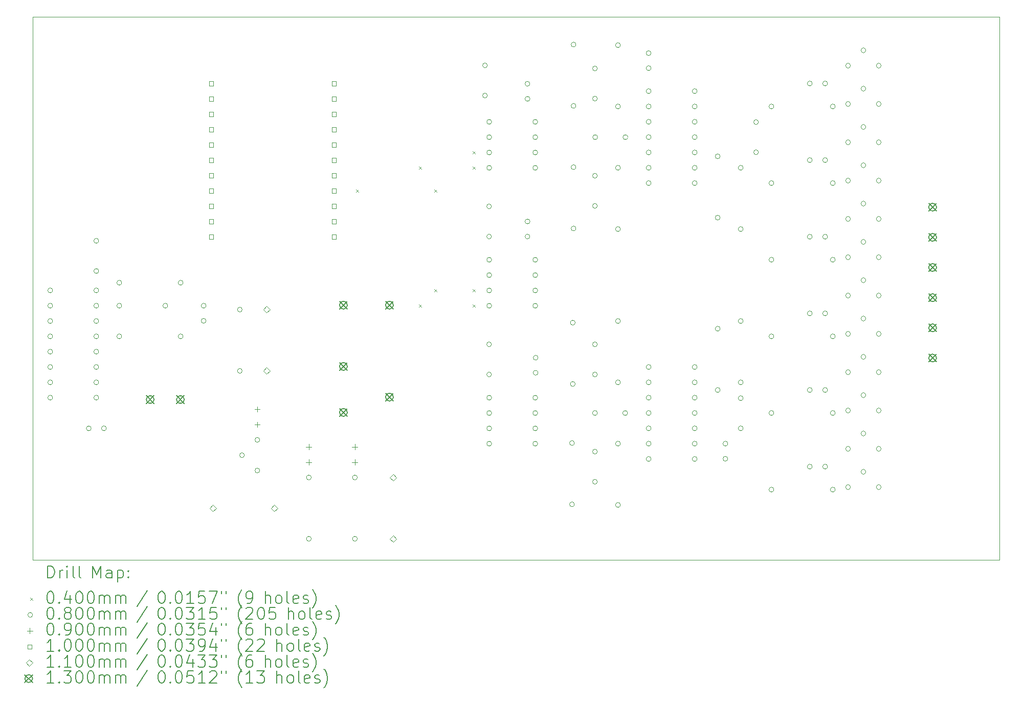
<source format=gbr>
%TF.GenerationSoftware,KiCad,Pcbnew,7.0.0-da2b9df05c~171~ubuntu20.04.1*%
%TF.CreationDate,2023-05-14T20:27:18+02:00*%
%TF.ProjectId,cpumeter,6370756d-6574-4657-922e-6b696361645f,v01*%
%TF.SameCoordinates,Original*%
%TF.FileFunction,Drillmap*%
%TF.FilePolarity,Positive*%
%FSLAX45Y45*%
G04 Gerber Fmt 4.5, Leading zero omitted, Abs format (unit mm)*
G04 Created by KiCad (PCBNEW 7.0.0-da2b9df05c~171~ubuntu20.04.1) date 2023-05-14 20:27:18*
%MOMM*%
%LPD*%
G01*
G04 APERTURE LIST*
%ADD10C,0.100000*%
%ADD11C,0.200000*%
%ADD12C,0.040000*%
%ADD13C,0.080000*%
%ADD14C,0.090000*%
%ADD15C,0.110000*%
%ADD16C,0.130000*%
G04 APERTURE END LIST*
D10*
X5529600Y-3417200D02*
X21529600Y-3417200D01*
X21529600Y-3417200D02*
X21529600Y-12417200D01*
X21529600Y-12417200D02*
X5529600Y-12417200D01*
X5529600Y-12417200D02*
X5529600Y-3417200D01*
D11*
D12*
X10875600Y-6278200D02*
X10915600Y-6318200D01*
X10915600Y-6278200D02*
X10875600Y-6318200D01*
X11918000Y-5897200D02*
X11958000Y-5937200D01*
X11958000Y-5897200D02*
X11918000Y-5937200D01*
X11918000Y-8183200D02*
X11958000Y-8223200D01*
X11958000Y-8183200D02*
X11918000Y-8223200D01*
X12172000Y-6278200D02*
X12212000Y-6318200D01*
X12212000Y-6278200D02*
X12172000Y-6318200D01*
X12172000Y-7929200D02*
X12212000Y-7969200D01*
X12212000Y-7929200D02*
X12172000Y-7969200D01*
X12807000Y-5643200D02*
X12847000Y-5683200D01*
X12847000Y-5643200D02*
X12807000Y-5683200D01*
X12807000Y-5897200D02*
X12847000Y-5937200D01*
X12847000Y-5897200D02*
X12807000Y-5937200D01*
X12807000Y-7929200D02*
X12847000Y-7969200D01*
X12847000Y-7929200D02*
X12807000Y-7969200D01*
X12807000Y-8183200D02*
X12847000Y-8223200D01*
X12847000Y-8183200D02*
X12807000Y-8223200D01*
D13*
X5855600Y-7949200D02*
G75*
G03*
X5855600Y-7949200I-40000J0D01*
G01*
X5855600Y-8203200D02*
G75*
G03*
X5855600Y-8203200I-40000J0D01*
G01*
X5855600Y-8457200D02*
G75*
G03*
X5855600Y-8457200I-40000J0D01*
G01*
X5855600Y-8711200D02*
G75*
G03*
X5855600Y-8711200I-40000J0D01*
G01*
X5855600Y-8965200D02*
G75*
G03*
X5855600Y-8965200I-40000J0D01*
G01*
X5855600Y-9219200D02*
G75*
G03*
X5855600Y-9219200I-40000J0D01*
G01*
X5855600Y-9473200D02*
G75*
G03*
X5855600Y-9473200I-40000J0D01*
G01*
X5855600Y-9727200D02*
G75*
G03*
X5855600Y-9727200I-40000J0D01*
G01*
X6494600Y-10235200D02*
G75*
G03*
X6494600Y-10235200I-40000J0D01*
G01*
X6617600Y-7127700D02*
G75*
G03*
X6617600Y-7127700I-40000J0D01*
G01*
X6617600Y-7627700D02*
G75*
G03*
X6617600Y-7627700I-40000J0D01*
G01*
X6617600Y-7949200D02*
G75*
G03*
X6617600Y-7949200I-40000J0D01*
G01*
X6617600Y-8203200D02*
G75*
G03*
X6617600Y-8203200I-40000J0D01*
G01*
X6617600Y-8457200D02*
G75*
G03*
X6617600Y-8457200I-40000J0D01*
G01*
X6617600Y-8711200D02*
G75*
G03*
X6617600Y-8711200I-40000J0D01*
G01*
X6617600Y-8965200D02*
G75*
G03*
X6617600Y-8965200I-40000J0D01*
G01*
X6617600Y-9219200D02*
G75*
G03*
X6617600Y-9219200I-40000J0D01*
G01*
X6617600Y-9473200D02*
G75*
G03*
X6617600Y-9473200I-40000J0D01*
G01*
X6617600Y-9727200D02*
G75*
G03*
X6617600Y-9727200I-40000J0D01*
G01*
X6744600Y-10235200D02*
G75*
G03*
X6744600Y-10235200I-40000J0D01*
G01*
X6998600Y-7822200D02*
G75*
G03*
X6998600Y-7822200I-40000J0D01*
G01*
X6998600Y-8203200D02*
G75*
G03*
X6998600Y-8203200I-40000J0D01*
G01*
X6998600Y-8711200D02*
G75*
G03*
X6998600Y-8711200I-40000J0D01*
G01*
X7760600Y-8203200D02*
G75*
G03*
X7760600Y-8203200I-40000J0D01*
G01*
X8014600Y-7822200D02*
G75*
G03*
X8014600Y-7822200I-40000J0D01*
G01*
X8014600Y-8711200D02*
G75*
G03*
X8014600Y-8711200I-40000J0D01*
G01*
X8395600Y-8203200D02*
G75*
G03*
X8395600Y-8203200I-40000J0D01*
G01*
X8395600Y-8453200D02*
G75*
G03*
X8395600Y-8453200I-40000J0D01*
G01*
X8993500Y-8266700D02*
G75*
G03*
X8993500Y-8266700I-40000J0D01*
G01*
X8993500Y-9282700D02*
G75*
G03*
X8993500Y-9282700I-40000J0D01*
G01*
X9030600Y-10679700D02*
G75*
G03*
X9030600Y-10679700I-40000J0D01*
G01*
X9284600Y-10425700D02*
G75*
G03*
X9284600Y-10425700I-40000J0D01*
G01*
X9284600Y-10933700D02*
G75*
G03*
X9284600Y-10933700I-40000J0D01*
G01*
X10136500Y-11049000D02*
G75*
G03*
X10136500Y-11049000I-40000J0D01*
G01*
X10136500Y-12065000D02*
G75*
G03*
X10136500Y-12065000I-40000J0D01*
G01*
X10898500Y-11049000D02*
G75*
G03*
X10898500Y-11049000I-40000J0D01*
G01*
X10898500Y-12065000D02*
G75*
G03*
X10898500Y-12065000I-40000J0D01*
G01*
X13052600Y-4219400D02*
G75*
G03*
X13052600Y-4219400I-40000J0D01*
G01*
X13052600Y-4719400D02*
G75*
G03*
X13052600Y-4719400I-40000J0D01*
G01*
X13121000Y-6556200D02*
G75*
G03*
X13121000Y-6556200I-40000J0D01*
G01*
X13121000Y-7056200D02*
G75*
G03*
X13121000Y-7056200I-40000J0D01*
G01*
X13121000Y-8842200D02*
G75*
G03*
X13121000Y-8842200I-40000J0D01*
G01*
X13121000Y-9342200D02*
G75*
G03*
X13121000Y-9342200I-40000J0D01*
G01*
X13122000Y-5156200D02*
G75*
G03*
X13122000Y-5156200I-40000J0D01*
G01*
X13122000Y-5410200D02*
G75*
G03*
X13122000Y-5410200I-40000J0D01*
G01*
X13122000Y-5664200D02*
G75*
G03*
X13122000Y-5664200I-40000J0D01*
G01*
X13122000Y-5918200D02*
G75*
G03*
X13122000Y-5918200I-40000J0D01*
G01*
X13122000Y-7442200D02*
G75*
G03*
X13122000Y-7442200I-40000J0D01*
G01*
X13122000Y-7696200D02*
G75*
G03*
X13122000Y-7696200I-40000J0D01*
G01*
X13122000Y-7950200D02*
G75*
G03*
X13122000Y-7950200I-40000J0D01*
G01*
X13122000Y-8204200D02*
G75*
G03*
X13122000Y-8204200I-40000J0D01*
G01*
X13122000Y-9727200D02*
G75*
G03*
X13122000Y-9727200I-40000J0D01*
G01*
X13122000Y-9981200D02*
G75*
G03*
X13122000Y-9981200I-40000J0D01*
G01*
X13122000Y-10235200D02*
G75*
G03*
X13122000Y-10235200I-40000J0D01*
G01*
X13122000Y-10489200D02*
G75*
G03*
X13122000Y-10489200I-40000J0D01*
G01*
X13756000Y-4524200D02*
G75*
G03*
X13756000Y-4524200I-40000J0D01*
G01*
X13756000Y-4774200D02*
G75*
G03*
X13756000Y-4774200I-40000J0D01*
G01*
X13756000Y-6806200D02*
G75*
G03*
X13756000Y-6806200I-40000J0D01*
G01*
X13756000Y-7056200D02*
G75*
G03*
X13756000Y-7056200I-40000J0D01*
G01*
X13884000Y-5156200D02*
G75*
G03*
X13884000Y-5156200I-40000J0D01*
G01*
X13884000Y-5410200D02*
G75*
G03*
X13884000Y-5410200I-40000J0D01*
G01*
X13884000Y-5664200D02*
G75*
G03*
X13884000Y-5664200I-40000J0D01*
G01*
X13884000Y-5918200D02*
G75*
G03*
X13884000Y-5918200I-40000J0D01*
G01*
X13884000Y-7442200D02*
G75*
G03*
X13884000Y-7442200I-40000J0D01*
G01*
X13884000Y-7696200D02*
G75*
G03*
X13884000Y-7696200I-40000J0D01*
G01*
X13884000Y-7950200D02*
G75*
G03*
X13884000Y-7950200I-40000J0D01*
G01*
X13884000Y-8204200D02*
G75*
G03*
X13884000Y-8204200I-40000J0D01*
G01*
X13884000Y-9727200D02*
G75*
G03*
X13884000Y-9727200I-40000J0D01*
G01*
X13884000Y-9981200D02*
G75*
G03*
X13884000Y-9981200I-40000J0D01*
G01*
X13884000Y-10235200D02*
G75*
G03*
X13884000Y-10235200I-40000J0D01*
G01*
X13884000Y-10489200D02*
G75*
G03*
X13884000Y-10489200I-40000J0D01*
G01*
X13890800Y-9064311D02*
G75*
G03*
X13890800Y-9064311I-40000J0D01*
G01*
X13890800Y-9314311D02*
G75*
G03*
X13890800Y-9314311I-40000J0D01*
G01*
X14492600Y-10477500D02*
G75*
G03*
X14492600Y-10477500I-40000J0D01*
G01*
X14492600Y-11493500D02*
G75*
G03*
X14492600Y-11493500I-40000J0D01*
G01*
X14505300Y-8483600D02*
G75*
G03*
X14505300Y-8483600I-40000J0D01*
G01*
X14505300Y-9499600D02*
G75*
G03*
X14505300Y-9499600I-40000J0D01*
G01*
X14518000Y-3873500D02*
G75*
G03*
X14518000Y-3873500I-40000J0D01*
G01*
X14518000Y-4889500D02*
G75*
G03*
X14518000Y-4889500I-40000J0D01*
G01*
X14518000Y-5905500D02*
G75*
G03*
X14518000Y-5905500I-40000J0D01*
G01*
X14518000Y-6921500D02*
G75*
G03*
X14518000Y-6921500I-40000J0D01*
G01*
X14872600Y-4270200D02*
G75*
G03*
X14872600Y-4270200I-40000J0D01*
G01*
X14872600Y-4770200D02*
G75*
G03*
X14872600Y-4770200I-40000J0D01*
G01*
X14872600Y-6048200D02*
G75*
G03*
X14872600Y-6048200I-40000J0D01*
G01*
X14872600Y-6548200D02*
G75*
G03*
X14872600Y-6548200I-40000J0D01*
G01*
X14872600Y-8842200D02*
G75*
G03*
X14872600Y-8842200I-40000J0D01*
G01*
X14872600Y-9342200D02*
G75*
G03*
X14872600Y-9342200I-40000J0D01*
G01*
X14872600Y-9981200D02*
G75*
G03*
X14872600Y-9981200I-40000J0D01*
G01*
X14872600Y-10620200D02*
G75*
G03*
X14872600Y-10620200I-40000J0D01*
G01*
X14872600Y-11120200D02*
G75*
G03*
X14872600Y-11120200I-40000J0D01*
G01*
X14876600Y-5409200D02*
G75*
G03*
X14876600Y-5409200I-40000J0D01*
G01*
X15253600Y-3885200D02*
G75*
G03*
X15253600Y-3885200I-40000J0D01*
G01*
X15253600Y-4901200D02*
G75*
G03*
X15253600Y-4901200I-40000J0D01*
G01*
X15253600Y-5917200D02*
G75*
G03*
X15253600Y-5917200I-40000J0D01*
G01*
X15253600Y-6933200D02*
G75*
G03*
X15253600Y-6933200I-40000J0D01*
G01*
X15253600Y-8457200D02*
G75*
G03*
X15253600Y-8457200I-40000J0D01*
G01*
X15253600Y-9473200D02*
G75*
G03*
X15253600Y-9473200I-40000J0D01*
G01*
X15253600Y-10489200D02*
G75*
G03*
X15253600Y-10489200I-40000J0D01*
G01*
X15253600Y-11505200D02*
G75*
G03*
X15253600Y-11505200I-40000J0D01*
G01*
X15372600Y-9981200D02*
G75*
G03*
X15372600Y-9981200I-40000J0D01*
G01*
X15376600Y-5409200D02*
G75*
G03*
X15376600Y-5409200I-40000J0D01*
G01*
X15761600Y-4016200D02*
G75*
G03*
X15761600Y-4016200I-40000J0D01*
G01*
X15761600Y-4266200D02*
G75*
G03*
X15761600Y-4266200I-40000J0D01*
G01*
X15761600Y-4647200D02*
G75*
G03*
X15761600Y-4647200I-40000J0D01*
G01*
X15761600Y-4901200D02*
G75*
G03*
X15761600Y-4901200I-40000J0D01*
G01*
X15761600Y-5155200D02*
G75*
G03*
X15761600Y-5155200I-40000J0D01*
G01*
X15761600Y-5409200D02*
G75*
G03*
X15761600Y-5409200I-40000J0D01*
G01*
X15761600Y-5663200D02*
G75*
G03*
X15761600Y-5663200I-40000J0D01*
G01*
X15761600Y-5917200D02*
G75*
G03*
X15761600Y-5917200I-40000J0D01*
G01*
X15761600Y-6171200D02*
G75*
G03*
X15761600Y-6171200I-40000J0D01*
G01*
X15761600Y-9219200D02*
G75*
G03*
X15761600Y-9219200I-40000J0D01*
G01*
X15761600Y-9473200D02*
G75*
G03*
X15761600Y-9473200I-40000J0D01*
G01*
X15761600Y-9727200D02*
G75*
G03*
X15761600Y-9727200I-40000J0D01*
G01*
X15761600Y-9981200D02*
G75*
G03*
X15761600Y-9981200I-40000J0D01*
G01*
X15761600Y-10235200D02*
G75*
G03*
X15761600Y-10235200I-40000J0D01*
G01*
X15761600Y-10489200D02*
G75*
G03*
X15761600Y-10489200I-40000J0D01*
G01*
X15761600Y-10743200D02*
G75*
G03*
X15761600Y-10743200I-40000J0D01*
G01*
X16523600Y-4647200D02*
G75*
G03*
X16523600Y-4647200I-40000J0D01*
G01*
X16523600Y-4901200D02*
G75*
G03*
X16523600Y-4901200I-40000J0D01*
G01*
X16523600Y-5155200D02*
G75*
G03*
X16523600Y-5155200I-40000J0D01*
G01*
X16523600Y-5409200D02*
G75*
G03*
X16523600Y-5409200I-40000J0D01*
G01*
X16523600Y-5663200D02*
G75*
G03*
X16523600Y-5663200I-40000J0D01*
G01*
X16523600Y-5917200D02*
G75*
G03*
X16523600Y-5917200I-40000J0D01*
G01*
X16523600Y-6171200D02*
G75*
G03*
X16523600Y-6171200I-40000J0D01*
G01*
X16523600Y-9219200D02*
G75*
G03*
X16523600Y-9219200I-40000J0D01*
G01*
X16523600Y-9473200D02*
G75*
G03*
X16523600Y-9473200I-40000J0D01*
G01*
X16523600Y-9727200D02*
G75*
G03*
X16523600Y-9727200I-40000J0D01*
G01*
X16523600Y-9981200D02*
G75*
G03*
X16523600Y-9981200I-40000J0D01*
G01*
X16523600Y-10235200D02*
G75*
G03*
X16523600Y-10235200I-40000J0D01*
G01*
X16523600Y-10489200D02*
G75*
G03*
X16523600Y-10489200I-40000J0D01*
G01*
X16523600Y-10743200D02*
G75*
G03*
X16523600Y-10743200I-40000J0D01*
G01*
X16904600Y-5726700D02*
G75*
G03*
X16904600Y-5726700I-40000J0D01*
G01*
X16904600Y-6742700D02*
G75*
G03*
X16904600Y-6742700I-40000J0D01*
G01*
X16904600Y-8584200D02*
G75*
G03*
X16904600Y-8584200I-40000J0D01*
G01*
X16904600Y-9600200D02*
G75*
G03*
X16904600Y-9600200I-40000J0D01*
G01*
X17031600Y-10489200D02*
G75*
G03*
X17031600Y-10489200I-40000J0D01*
G01*
X17031600Y-10739200D02*
G75*
G03*
X17031600Y-10739200I-40000J0D01*
G01*
X17285600Y-5917200D02*
G75*
G03*
X17285600Y-5917200I-40000J0D01*
G01*
X17285600Y-6933200D02*
G75*
G03*
X17285600Y-6933200I-40000J0D01*
G01*
X17285600Y-8457200D02*
G75*
G03*
X17285600Y-8457200I-40000J0D01*
G01*
X17285600Y-9473200D02*
G75*
G03*
X17285600Y-9473200I-40000J0D01*
G01*
X17285600Y-9735200D02*
G75*
G03*
X17285600Y-9735200I-40000J0D01*
G01*
X17285600Y-10235200D02*
G75*
G03*
X17285600Y-10235200I-40000J0D01*
G01*
X17539600Y-5159200D02*
G75*
G03*
X17539600Y-5159200I-40000J0D01*
G01*
X17539600Y-5659200D02*
G75*
G03*
X17539600Y-5659200I-40000J0D01*
G01*
X17793600Y-4901200D02*
G75*
G03*
X17793600Y-4901200I-40000J0D01*
G01*
X17793600Y-6171200D02*
G75*
G03*
X17793600Y-6171200I-40000J0D01*
G01*
X17793600Y-7441200D02*
G75*
G03*
X17793600Y-7441200I-40000J0D01*
G01*
X17793600Y-8711200D02*
G75*
G03*
X17793600Y-8711200I-40000J0D01*
G01*
X17793600Y-9981200D02*
G75*
G03*
X17793600Y-9981200I-40000J0D01*
G01*
X17793600Y-11251200D02*
G75*
G03*
X17793600Y-11251200I-40000J0D01*
G01*
X18428600Y-4520200D02*
G75*
G03*
X18428600Y-4520200I-40000J0D01*
G01*
X18428600Y-5790200D02*
G75*
G03*
X18428600Y-5790200I-40000J0D01*
G01*
X18428600Y-7060200D02*
G75*
G03*
X18428600Y-7060200I-40000J0D01*
G01*
X18428600Y-8330200D02*
G75*
G03*
X18428600Y-8330200I-40000J0D01*
G01*
X18428600Y-9600200D02*
G75*
G03*
X18428600Y-9600200I-40000J0D01*
G01*
X18428600Y-10870200D02*
G75*
G03*
X18428600Y-10870200I-40000J0D01*
G01*
X18682600Y-4520200D02*
G75*
G03*
X18682600Y-4520200I-40000J0D01*
G01*
X18682600Y-5790200D02*
G75*
G03*
X18682600Y-5790200I-40000J0D01*
G01*
X18682600Y-7060200D02*
G75*
G03*
X18682600Y-7060200I-40000J0D01*
G01*
X18682600Y-8330200D02*
G75*
G03*
X18682600Y-8330200I-40000J0D01*
G01*
X18682600Y-9600200D02*
G75*
G03*
X18682600Y-9600200I-40000J0D01*
G01*
X18682600Y-10870200D02*
G75*
G03*
X18682600Y-10870200I-40000J0D01*
G01*
X18809600Y-4901200D02*
G75*
G03*
X18809600Y-4901200I-40000J0D01*
G01*
X18809600Y-6171200D02*
G75*
G03*
X18809600Y-6171200I-40000J0D01*
G01*
X18809600Y-7441200D02*
G75*
G03*
X18809600Y-7441200I-40000J0D01*
G01*
X18809600Y-8711200D02*
G75*
G03*
X18809600Y-8711200I-40000J0D01*
G01*
X18809600Y-9981200D02*
G75*
G03*
X18809600Y-9981200I-40000J0D01*
G01*
X18809600Y-11251200D02*
G75*
G03*
X18809600Y-11251200I-40000J0D01*
G01*
X19062600Y-4224200D02*
G75*
G03*
X19062600Y-4224200I-40000J0D01*
G01*
X19062600Y-4859200D02*
G75*
G03*
X19062600Y-4859200I-40000J0D01*
G01*
X19062600Y-5494200D02*
G75*
G03*
X19062600Y-5494200I-40000J0D01*
G01*
X19062600Y-6129200D02*
G75*
G03*
X19062600Y-6129200I-40000J0D01*
G01*
X19062600Y-6764200D02*
G75*
G03*
X19062600Y-6764200I-40000J0D01*
G01*
X19062600Y-7399200D02*
G75*
G03*
X19062600Y-7399200I-40000J0D01*
G01*
X19062600Y-8034200D02*
G75*
G03*
X19062600Y-8034200I-40000J0D01*
G01*
X19062600Y-8669200D02*
G75*
G03*
X19062600Y-8669200I-40000J0D01*
G01*
X19062600Y-9304200D02*
G75*
G03*
X19062600Y-9304200I-40000J0D01*
G01*
X19062600Y-9939200D02*
G75*
G03*
X19062600Y-9939200I-40000J0D01*
G01*
X19062600Y-10574200D02*
G75*
G03*
X19062600Y-10574200I-40000J0D01*
G01*
X19062600Y-11209200D02*
G75*
G03*
X19062600Y-11209200I-40000J0D01*
G01*
X19316600Y-3970200D02*
G75*
G03*
X19316600Y-3970200I-40000J0D01*
G01*
X19316600Y-4605200D02*
G75*
G03*
X19316600Y-4605200I-40000J0D01*
G01*
X19316600Y-5240200D02*
G75*
G03*
X19316600Y-5240200I-40000J0D01*
G01*
X19316600Y-5875200D02*
G75*
G03*
X19316600Y-5875200I-40000J0D01*
G01*
X19316600Y-6510200D02*
G75*
G03*
X19316600Y-6510200I-40000J0D01*
G01*
X19316600Y-7145200D02*
G75*
G03*
X19316600Y-7145200I-40000J0D01*
G01*
X19316600Y-7780200D02*
G75*
G03*
X19316600Y-7780200I-40000J0D01*
G01*
X19316600Y-8415200D02*
G75*
G03*
X19316600Y-8415200I-40000J0D01*
G01*
X19316600Y-9050200D02*
G75*
G03*
X19316600Y-9050200I-40000J0D01*
G01*
X19316600Y-9685200D02*
G75*
G03*
X19316600Y-9685200I-40000J0D01*
G01*
X19316600Y-10320200D02*
G75*
G03*
X19316600Y-10320200I-40000J0D01*
G01*
X19316600Y-10955200D02*
G75*
G03*
X19316600Y-10955200I-40000J0D01*
G01*
X19570600Y-4224200D02*
G75*
G03*
X19570600Y-4224200I-40000J0D01*
G01*
X19570600Y-4859200D02*
G75*
G03*
X19570600Y-4859200I-40000J0D01*
G01*
X19570600Y-5494200D02*
G75*
G03*
X19570600Y-5494200I-40000J0D01*
G01*
X19570600Y-6129200D02*
G75*
G03*
X19570600Y-6129200I-40000J0D01*
G01*
X19570600Y-6764200D02*
G75*
G03*
X19570600Y-6764200I-40000J0D01*
G01*
X19570600Y-7399200D02*
G75*
G03*
X19570600Y-7399200I-40000J0D01*
G01*
X19570600Y-8034200D02*
G75*
G03*
X19570600Y-8034200I-40000J0D01*
G01*
X19570600Y-8669200D02*
G75*
G03*
X19570600Y-8669200I-40000J0D01*
G01*
X19570600Y-9304200D02*
G75*
G03*
X19570600Y-9304200I-40000J0D01*
G01*
X19570600Y-9939200D02*
G75*
G03*
X19570600Y-9939200I-40000J0D01*
G01*
X19570600Y-10574200D02*
G75*
G03*
X19570600Y-10574200I-40000J0D01*
G01*
X19570600Y-11209200D02*
G75*
G03*
X19570600Y-11209200I-40000J0D01*
G01*
D14*
X9244600Y-9872700D02*
X9244600Y-9962700D01*
X9199600Y-9917700D02*
X9289600Y-9917700D01*
X9244600Y-10126700D02*
X9244600Y-10216700D01*
X9199600Y-10171700D02*
X9289600Y-10171700D01*
X10096500Y-10496000D02*
X10096500Y-10586000D01*
X10051500Y-10541000D02*
X10141500Y-10541000D01*
X10096500Y-10750000D02*
X10096500Y-10840000D01*
X10051500Y-10795000D02*
X10141500Y-10795000D01*
X10858500Y-10496000D02*
X10858500Y-10586000D01*
X10813500Y-10541000D02*
X10903500Y-10541000D01*
X10858500Y-10750000D02*
X10858500Y-10840000D01*
X10813500Y-10795000D02*
X10903500Y-10795000D01*
D10*
X8517956Y-4555556D02*
X8517956Y-4484844D01*
X8447244Y-4484844D01*
X8447244Y-4555556D01*
X8517956Y-4555556D01*
X8517956Y-4809556D02*
X8517956Y-4738844D01*
X8447244Y-4738844D01*
X8447244Y-4809556D01*
X8517956Y-4809556D01*
X8517956Y-5063556D02*
X8517956Y-4992844D01*
X8447244Y-4992844D01*
X8447244Y-5063556D01*
X8517956Y-5063556D01*
X8517956Y-5317556D02*
X8517956Y-5246844D01*
X8447244Y-5246844D01*
X8447244Y-5317556D01*
X8517956Y-5317556D01*
X8517956Y-5571556D02*
X8517956Y-5500844D01*
X8447244Y-5500844D01*
X8447244Y-5571556D01*
X8517956Y-5571556D01*
X8517956Y-5825556D02*
X8517956Y-5754844D01*
X8447244Y-5754844D01*
X8447244Y-5825556D01*
X8517956Y-5825556D01*
X8517956Y-6079556D02*
X8517956Y-6008844D01*
X8447244Y-6008844D01*
X8447244Y-6079556D01*
X8517956Y-6079556D01*
X8517956Y-6333556D02*
X8517956Y-6262844D01*
X8447244Y-6262844D01*
X8447244Y-6333556D01*
X8517956Y-6333556D01*
X8517956Y-6587556D02*
X8517956Y-6516844D01*
X8447244Y-6516844D01*
X8447244Y-6587556D01*
X8517956Y-6587556D01*
X8517956Y-6841556D02*
X8517956Y-6770844D01*
X8447244Y-6770844D01*
X8447244Y-6841556D01*
X8517956Y-6841556D01*
X8517956Y-7095556D02*
X8517956Y-7024844D01*
X8447244Y-7024844D01*
X8447244Y-7095556D01*
X8517956Y-7095556D01*
X10549956Y-4555556D02*
X10549956Y-4484844D01*
X10479244Y-4484844D01*
X10479244Y-4555556D01*
X10549956Y-4555556D01*
X10549956Y-4809556D02*
X10549956Y-4738844D01*
X10479244Y-4738844D01*
X10479244Y-4809556D01*
X10549956Y-4809556D01*
X10549956Y-5063556D02*
X10549956Y-4992844D01*
X10479244Y-4992844D01*
X10479244Y-5063556D01*
X10549956Y-5063556D01*
X10549956Y-5317556D02*
X10549956Y-5246844D01*
X10479244Y-5246844D01*
X10479244Y-5317556D01*
X10549956Y-5317556D01*
X10549956Y-5571556D02*
X10549956Y-5500844D01*
X10479244Y-5500844D01*
X10479244Y-5571556D01*
X10549956Y-5571556D01*
X10549956Y-5825556D02*
X10549956Y-5754844D01*
X10479244Y-5754844D01*
X10479244Y-5825556D01*
X10549956Y-5825556D01*
X10549956Y-6079556D02*
X10549956Y-6008844D01*
X10479244Y-6008844D01*
X10479244Y-6079556D01*
X10549956Y-6079556D01*
X10549956Y-6333556D02*
X10549956Y-6262844D01*
X10479244Y-6262844D01*
X10479244Y-6333556D01*
X10549956Y-6333556D01*
X10549956Y-6587556D02*
X10549956Y-6516844D01*
X10479244Y-6516844D01*
X10479244Y-6587556D01*
X10549956Y-6587556D01*
X10549956Y-6841556D02*
X10549956Y-6770844D01*
X10479244Y-6770844D01*
X10479244Y-6841556D01*
X10549956Y-6841556D01*
X10549956Y-7095556D02*
X10549956Y-7024844D01*
X10479244Y-7024844D01*
X10479244Y-7095556D01*
X10549956Y-7095556D01*
D15*
X8509000Y-11612000D02*
X8564000Y-11557000D01*
X8509000Y-11502000D01*
X8454000Y-11557000D01*
X8509000Y-11612000D01*
X9398000Y-8321700D02*
X9453000Y-8266700D01*
X9398000Y-8211700D01*
X9343000Y-8266700D01*
X9398000Y-8321700D01*
X9398000Y-9337700D02*
X9453000Y-9282700D01*
X9398000Y-9227700D01*
X9343000Y-9282700D01*
X9398000Y-9337700D01*
X9525000Y-11612000D02*
X9580000Y-11557000D01*
X9525000Y-11502000D01*
X9470000Y-11557000D01*
X9525000Y-11612000D01*
X11493500Y-11104000D02*
X11548500Y-11049000D01*
X11493500Y-10994000D01*
X11438500Y-11049000D01*
X11493500Y-11104000D01*
X11493500Y-12120000D02*
X11548500Y-12065000D01*
X11493500Y-12010000D01*
X11438500Y-12065000D01*
X11493500Y-12120000D01*
D16*
X7405600Y-9692700D02*
X7535600Y-9822700D01*
X7535600Y-9692700D02*
X7405600Y-9822700D01*
X7535600Y-9757700D02*
G75*
G03*
X7535600Y-9757700I-65000J0D01*
G01*
X7905600Y-9692700D02*
X8035600Y-9822700D01*
X8035600Y-9692700D02*
X7905600Y-9822700D01*
X8035600Y-9757700D02*
G75*
G03*
X8035600Y-9757700I-65000J0D01*
G01*
X10604000Y-8128000D02*
X10734000Y-8258000D01*
X10734000Y-8128000D02*
X10604000Y-8258000D01*
X10734000Y-8193000D02*
G75*
G03*
X10734000Y-8193000I-65000J0D01*
G01*
X10604000Y-9144000D02*
X10734000Y-9274000D01*
X10734000Y-9144000D02*
X10604000Y-9274000D01*
X10734000Y-9209000D02*
G75*
G03*
X10734000Y-9209000I-65000J0D01*
G01*
X10604000Y-9906000D02*
X10734000Y-10036000D01*
X10734000Y-9906000D02*
X10604000Y-10036000D01*
X10734000Y-9971000D02*
G75*
G03*
X10734000Y-9971000I-65000J0D01*
G01*
X11366000Y-8128000D02*
X11496000Y-8258000D01*
X11496000Y-8128000D02*
X11366000Y-8258000D01*
X11496000Y-8193000D02*
G75*
G03*
X11496000Y-8193000I-65000J0D01*
G01*
X11366000Y-9652000D02*
X11496000Y-9782000D01*
X11496000Y-9652000D02*
X11366000Y-9782000D01*
X11496000Y-9717000D02*
G75*
G03*
X11496000Y-9717000I-65000J0D01*
G01*
X20356600Y-6504200D02*
X20486600Y-6634200D01*
X20486600Y-6504200D02*
X20356600Y-6634200D01*
X20486600Y-6569200D02*
G75*
G03*
X20486600Y-6569200I-65000J0D01*
G01*
X20356600Y-7004200D02*
X20486600Y-7134200D01*
X20486600Y-7004200D02*
X20356600Y-7134200D01*
X20486600Y-7069200D02*
G75*
G03*
X20486600Y-7069200I-65000J0D01*
G01*
X20356600Y-7504200D02*
X20486600Y-7634200D01*
X20486600Y-7504200D02*
X20356600Y-7634200D01*
X20486600Y-7569200D02*
G75*
G03*
X20486600Y-7569200I-65000J0D01*
G01*
X20356600Y-8004200D02*
X20486600Y-8134200D01*
X20486600Y-8004200D02*
X20356600Y-8134200D01*
X20486600Y-8069200D02*
G75*
G03*
X20486600Y-8069200I-65000J0D01*
G01*
X20356600Y-8504200D02*
X20486600Y-8634200D01*
X20486600Y-8504200D02*
X20356600Y-8634200D01*
X20486600Y-8569200D02*
G75*
G03*
X20486600Y-8569200I-65000J0D01*
G01*
X20356600Y-9004200D02*
X20486600Y-9134200D01*
X20486600Y-9004200D02*
X20356600Y-9134200D01*
X20486600Y-9069200D02*
G75*
G03*
X20486600Y-9069200I-65000J0D01*
G01*
D11*
X5772219Y-12715676D02*
X5772219Y-12515676D01*
X5772219Y-12515676D02*
X5819838Y-12515676D01*
X5819838Y-12515676D02*
X5848409Y-12525200D01*
X5848409Y-12525200D02*
X5867457Y-12544248D01*
X5867457Y-12544248D02*
X5876981Y-12563295D01*
X5876981Y-12563295D02*
X5886505Y-12601390D01*
X5886505Y-12601390D02*
X5886505Y-12629962D01*
X5886505Y-12629962D02*
X5876981Y-12668057D01*
X5876981Y-12668057D02*
X5867457Y-12687105D01*
X5867457Y-12687105D02*
X5848409Y-12706152D01*
X5848409Y-12706152D02*
X5819838Y-12715676D01*
X5819838Y-12715676D02*
X5772219Y-12715676D01*
X5972219Y-12715676D02*
X5972219Y-12582343D01*
X5972219Y-12620438D02*
X5981743Y-12601390D01*
X5981743Y-12601390D02*
X5991267Y-12591867D01*
X5991267Y-12591867D02*
X6010314Y-12582343D01*
X6010314Y-12582343D02*
X6029362Y-12582343D01*
X6096028Y-12715676D02*
X6096028Y-12582343D01*
X6096028Y-12515676D02*
X6086505Y-12525200D01*
X6086505Y-12525200D02*
X6096028Y-12534724D01*
X6096028Y-12534724D02*
X6105552Y-12525200D01*
X6105552Y-12525200D02*
X6096028Y-12515676D01*
X6096028Y-12515676D02*
X6096028Y-12534724D01*
X6219838Y-12715676D02*
X6200790Y-12706152D01*
X6200790Y-12706152D02*
X6191267Y-12687105D01*
X6191267Y-12687105D02*
X6191267Y-12515676D01*
X6324600Y-12715676D02*
X6305552Y-12706152D01*
X6305552Y-12706152D02*
X6296028Y-12687105D01*
X6296028Y-12687105D02*
X6296028Y-12515676D01*
X6520790Y-12715676D02*
X6520790Y-12515676D01*
X6520790Y-12515676D02*
X6587457Y-12658533D01*
X6587457Y-12658533D02*
X6654124Y-12515676D01*
X6654124Y-12515676D02*
X6654124Y-12715676D01*
X6835076Y-12715676D02*
X6835076Y-12610914D01*
X6835076Y-12610914D02*
X6825552Y-12591867D01*
X6825552Y-12591867D02*
X6806505Y-12582343D01*
X6806505Y-12582343D02*
X6768409Y-12582343D01*
X6768409Y-12582343D02*
X6749362Y-12591867D01*
X6835076Y-12706152D02*
X6816028Y-12715676D01*
X6816028Y-12715676D02*
X6768409Y-12715676D01*
X6768409Y-12715676D02*
X6749362Y-12706152D01*
X6749362Y-12706152D02*
X6739838Y-12687105D01*
X6739838Y-12687105D02*
X6739838Y-12668057D01*
X6739838Y-12668057D02*
X6749362Y-12649009D01*
X6749362Y-12649009D02*
X6768409Y-12639486D01*
X6768409Y-12639486D02*
X6816028Y-12639486D01*
X6816028Y-12639486D02*
X6835076Y-12629962D01*
X6930314Y-12582343D02*
X6930314Y-12782343D01*
X6930314Y-12591867D02*
X6949362Y-12582343D01*
X6949362Y-12582343D02*
X6987457Y-12582343D01*
X6987457Y-12582343D02*
X7006505Y-12591867D01*
X7006505Y-12591867D02*
X7016028Y-12601390D01*
X7016028Y-12601390D02*
X7025552Y-12620438D01*
X7025552Y-12620438D02*
X7025552Y-12677581D01*
X7025552Y-12677581D02*
X7016028Y-12696628D01*
X7016028Y-12696628D02*
X7006505Y-12706152D01*
X7006505Y-12706152D02*
X6987457Y-12715676D01*
X6987457Y-12715676D02*
X6949362Y-12715676D01*
X6949362Y-12715676D02*
X6930314Y-12706152D01*
X7111267Y-12696628D02*
X7120790Y-12706152D01*
X7120790Y-12706152D02*
X7111267Y-12715676D01*
X7111267Y-12715676D02*
X7101743Y-12706152D01*
X7101743Y-12706152D02*
X7111267Y-12696628D01*
X7111267Y-12696628D02*
X7111267Y-12715676D01*
X7111267Y-12591867D02*
X7120790Y-12601390D01*
X7120790Y-12601390D02*
X7111267Y-12610914D01*
X7111267Y-12610914D02*
X7101743Y-12601390D01*
X7101743Y-12601390D02*
X7111267Y-12591867D01*
X7111267Y-12591867D02*
X7111267Y-12610914D01*
D12*
X5484600Y-13042200D02*
X5524600Y-13082200D01*
X5524600Y-13042200D02*
X5484600Y-13082200D01*
D11*
X5810314Y-12935676D02*
X5829362Y-12935676D01*
X5829362Y-12935676D02*
X5848409Y-12945200D01*
X5848409Y-12945200D02*
X5857933Y-12954724D01*
X5857933Y-12954724D02*
X5867457Y-12973771D01*
X5867457Y-12973771D02*
X5876981Y-13011867D01*
X5876981Y-13011867D02*
X5876981Y-13059486D01*
X5876981Y-13059486D02*
X5867457Y-13097581D01*
X5867457Y-13097581D02*
X5857933Y-13116628D01*
X5857933Y-13116628D02*
X5848409Y-13126152D01*
X5848409Y-13126152D02*
X5829362Y-13135676D01*
X5829362Y-13135676D02*
X5810314Y-13135676D01*
X5810314Y-13135676D02*
X5791267Y-13126152D01*
X5791267Y-13126152D02*
X5781743Y-13116628D01*
X5781743Y-13116628D02*
X5772219Y-13097581D01*
X5772219Y-13097581D02*
X5762695Y-13059486D01*
X5762695Y-13059486D02*
X5762695Y-13011867D01*
X5762695Y-13011867D02*
X5772219Y-12973771D01*
X5772219Y-12973771D02*
X5781743Y-12954724D01*
X5781743Y-12954724D02*
X5791267Y-12945200D01*
X5791267Y-12945200D02*
X5810314Y-12935676D01*
X5962695Y-13116628D02*
X5972219Y-13126152D01*
X5972219Y-13126152D02*
X5962695Y-13135676D01*
X5962695Y-13135676D02*
X5953171Y-13126152D01*
X5953171Y-13126152D02*
X5962695Y-13116628D01*
X5962695Y-13116628D02*
X5962695Y-13135676D01*
X6143648Y-13002343D02*
X6143648Y-13135676D01*
X6096028Y-12926152D02*
X6048409Y-13069009D01*
X6048409Y-13069009D02*
X6172219Y-13069009D01*
X6286505Y-12935676D02*
X6305552Y-12935676D01*
X6305552Y-12935676D02*
X6324600Y-12945200D01*
X6324600Y-12945200D02*
X6334124Y-12954724D01*
X6334124Y-12954724D02*
X6343648Y-12973771D01*
X6343648Y-12973771D02*
X6353171Y-13011867D01*
X6353171Y-13011867D02*
X6353171Y-13059486D01*
X6353171Y-13059486D02*
X6343648Y-13097581D01*
X6343648Y-13097581D02*
X6334124Y-13116628D01*
X6334124Y-13116628D02*
X6324600Y-13126152D01*
X6324600Y-13126152D02*
X6305552Y-13135676D01*
X6305552Y-13135676D02*
X6286505Y-13135676D01*
X6286505Y-13135676D02*
X6267457Y-13126152D01*
X6267457Y-13126152D02*
X6257933Y-13116628D01*
X6257933Y-13116628D02*
X6248409Y-13097581D01*
X6248409Y-13097581D02*
X6238886Y-13059486D01*
X6238886Y-13059486D02*
X6238886Y-13011867D01*
X6238886Y-13011867D02*
X6248409Y-12973771D01*
X6248409Y-12973771D02*
X6257933Y-12954724D01*
X6257933Y-12954724D02*
X6267457Y-12945200D01*
X6267457Y-12945200D02*
X6286505Y-12935676D01*
X6476981Y-12935676D02*
X6496029Y-12935676D01*
X6496029Y-12935676D02*
X6515076Y-12945200D01*
X6515076Y-12945200D02*
X6524600Y-12954724D01*
X6524600Y-12954724D02*
X6534124Y-12973771D01*
X6534124Y-12973771D02*
X6543648Y-13011867D01*
X6543648Y-13011867D02*
X6543648Y-13059486D01*
X6543648Y-13059486D02*
X6534124Y-13097581D01*
X6534124Y-13097581D02*
X6524600Y-13116628D01*
X6524600Y-13116628D02*
X6515076Y-13126152D01*
X6515076Y-13126152D02*
X6496029Y-13135676D01*
X6496029Y-13135676D02*
X6476981Y-13135676D01*
X6476981Y-13135676D02*
X6457933Y-13126152D01*
X6457933Y-13126152D02*
X6448409Y-13116628D01*
X6448409Y-13116628D02*
X6438886Y-13097581D01*
X6438886Y-13097581D02*
X6429362Y-13059486D01*
X6429362Y-13059486D02*
X6429362Y-13011867D01*
X6429362Y-13011867D02*
X6438886Y-12973771D01*
X6438886Y-12973771D02*
X6448409Y-12954724D01*
X6448409Y-12954724D02*
X6457933Y-12945200D01*
X6457933Y-12945200D02*
X6476981Y-12935676D01*
X6629362Y-13135676D02*
X6629362Y-13002343D01*
X6629362Y-13021390D02*
X6638886Y-13011867D01*
X6638886Y-13011867D02*
X6657933Y-13002343D01*
X6657933Y-13002343D02*
X6686505Y-13002343D01*
X6686505Y-13002343D02*
X6705552Y-13011867D01*
X6705552Y-13011867D02*
X6715076Y-13030914D01*
X6715076Y-13030914D02*
X6715076Y-13135676D01*
X6715076Y-13030914D02*
X6724600Y-13011867D01*
X6724600Y-13011867D02*
X6743648Y-13002343D01*
X6743648Y-13002343D02*
X6772219Y-13002343D01*
X6772219Y-13002343D02*
X6791267Y-13011867D01*
X6791267Y-13011867D02*
X6800790Y-13030914D01*
X6800790Y-13030914D02*
X6800790Y-13135676D01*
X6896029Y-13135676D02*
X6896029Y-13002343D01*
X6896029Y-13021390D02*
X6905552Y-13011867D01*
X6905552Y-13011867D02*
X6924600Y-13002343D01*
X6924600Y-13002343D02*
X6953171Y-13002343D01*
X6953171Y-13002343D02*
X6972219Y-13011867D01*
X6972219Y-13011867D02*
X6981743Y-13030914D01*
X6981743Y-13030914D02*
X6981743Y-13135676D01*
X6981743Y-13030914D02*
X6991267Y-13011867D01*
X6991267Y-13011867D02*
X7010314Y-13002343D01*
X7010314Y-13002343D02*
X7038886Y-13002343D01*
X7038886Y-13002343D02*
X7057933Y-13011867D01*
X7057933Y-13011867D02*
X7067457Y-13030914D01*
X7067457Y-13030914D02*
X7067457Y-13135676D01*
X7425552Y-12926152D02*
X7254124Y-13183295D01*
X7650314Y-12935676D02*
X7669362Y-12935676D01*
X7669362Y-12935676D02*
X7688410Y-12945200D01*
X7688410Y-12945200D02*
X7697933Y-12954724D01*
X7697933Y-12954724D02*
X7707457Y-12973771D01*
X7707457Y-12973771D02*
X7716981Y-13011867D01*
X7716981Y-13011867D02*
X7716981Y-13059486D01*
X7716981Y-13059486D02*
X7707457Y-13097581D01*
X7707457Y-13097581D02*
X7697933Y-13116628D01*
X7697933Y-13116628D02*
X7688410Y-13126152D01*
X7688410Y-13126152D02*
X7669362Y-13135676D01*
X7669362Y-13135676D02*
X7650314Y-13135676D01*
X7650314Y-13135676D02*
X7631267Y-13126152D01*
X7631267Y-13126152D02*
X7621743Y-13116628D01*
X7621743Y-13116628D02*
X7612219Y-13097581D01*
X7612219Y-13097581D02*
X7602695Y-13059486D01*
X7602695Y-13059486D02*
X7602695Y-13011867D01*
X7602695Y-13011867D02*
X7612219Y-12973771D01*
X7612219Y-12973771D02*
X7621743Y-12954724D01*
X7621743Y-12954724D02*
X7631267Y-12945200D01*
X7631267Y-12945200D02*
X7650314Y-12935676D01*
X7802695Y-13116628D02*
X7812219Y-13126152D01*
X7812219Y-13126152D02*
X7802695Y-13135676D01*
X7802695Y-13135676D02*
X7793171Y-13126152D01*
X7793171Y-13126152D02*
X7802695Y-13116628D01*
X7802695Y-13116628D02*
X7802695Y-13135676D01*
X7936029Y-12935676D02*
X7955076Y-12935676D01*
X7955076Y-12935676D02*
X7974124Y-12945200D01*
X7974124Y-12945200D02*
X7983648Y-12954724D01*
X7983648Y-12954724D02*
X7993171Y-12973771D01*
X7993171Y-12973771D02*
X8002695Y-13011867D01*
X8002695Y-13011867D02*
X8002695Y-13059486D01*
X8002695Y-13059486D02*
X7993171Y-13097581D01*
X7993171Y-13097581D02*
X7983648Y-13116628D01*
X7983648Y-13116628D02*
X7974124Y-13126152D01*
X7974124Y-13126152D02*
X7955076Y-13135676D01*
X7955076Y-13135676D02*
X7936029Y-13135676D01*
X7936029Y-13135676D02*
X7916981Y-13126152D01*
X7916981Y-13126152D02*
X7907457Y-13116628D01*
X7907457Y-13116628D02*
X7897933Y-13097581D01*
X7897933Y-13097581D02*
X7888410Y-13059486D01*
X7888410Y-13059486D02*
X7888410Y-13011867D01*
X7888410Y-13011867D02*
X7897933Y-12973771D01*
X7897933Y-12973771D02*
X7907457Y-12954724D01*
X7907457Y-12954724D02*
X7916981Y-12945200D01*
X7916981Y-12945200D02*
X7936029Y-12935676D01*
X8193171Y-13135676D02*
X8078886Y-13135676D01*
X8136029Y-13135676D02*
X8136029Y-12935676D01*
X8136029Y-12935676D02*
X8116981Y-12964248D01*
X8116981Y-12964248D02*
X8097933Y-12983295D01*
X8097933Y-12983295D02*
X8078886Y-12992819D01*
X8374124Y-12935676D02*
X8278886Y-12935676D01*
X8278886Y-12935676D02*
X8269362Y-13030914D01*
X8269362Y-13030914D02*
X8278886Y-13021390D01*
X8278886Y-13021390D02*
X8297933Y-13011867D01*
X8297933Y-13011867D02*
X8345552Y-13011867D01*
X8345552Y-13011867D02*
X8364600Y-13021390D01*
X8364600Y-13021390D02*
X8374124Y-13030914D01*
X8374124Y-13030914D02*
X8383648Y-13049962D01*
X8383648Y-13049962D02*
X8383648Y-13097581D01*
X8383648Y-13097581D02*
X8374124Y-13116628D01*
X8374124Y-13116628D02*
X8364600Y-13126152D01*
X8364600Y-13126152D02*
X8345552Y-13135676D01*
X8345552Y-13135676D02*
X8297933Y-13135676D01*
X8297933Y-13135676D02*
X8278886Y-13126152D01*
X8278886Y-13126152D02*
X8269362Y-13116628D01*
X8450314Y-12935676D02*
X8583648Y-12935676D01*
X8583648Y-12935676D02*
X8497933Y-13135676D01*
X8650314Y-12935676D02*
X8650314Y-12973771D01*
X8726505Y-12935676D02*
X8726505Y-12973771D01*
X8989362Y-13211867D02*
X8979838Y-13202343D01*
X8979838Y-13202343D02*
X8960791Y-13173771D01*
X8960791Y-13173771D02*
X8951267Y-13154724D01*
X8951267Y-13154724D02*
X8941743Y-13126152D01*
X8941743Y-13126152D02*
X8932219Y-13078533D01*
X8932219Y-13078533D02*
X8932219Y-13040438D01*
X8932219Y-13040438D02*
X8941743Y-12992819D01*
X8941743Y-12992819D02*
X8951267Y-12964248D01*
X8951267Y-12964248D02*
X8960791Y-12945200D01*
X8960791Y-12945200D02*
X8979838Y-12916628D01*
X8979838Y-12916628D02*
X8989362Y-12907105D01*
X9075076Y-13135676D02*
X9113172Y-13135676D01*
X9113172Y-13135676D02*
X9132219Y-13126152D01*
X9132219Y-13126152D02*
X9141743Y-13116628D01*
X9141743Y-13116628D02*
X9160791Y-13088057D01*
X9160791Y-13088057D02*
X9170314Y-13049962D01*
X9170314Y-13049962D02*
X9170314Y-12973771D01*
X9170314Y-12973771D02*
X9160791Y-12954724D01*
X9160791Y-12954724D02*
X9151267Y-12945200D01*
X9151267Y-12945200D02*
X9132219Y-12935676D01*
X9132219Y-12935676D02*
X9094124Y-12935676D01*
X9094124Y-12935676D02*
X9075076Y-12945200D01*
X9075076Y-12945200D02*
X9065553Y-12954724D01*
X9065553Y-12954724D02*
X9056029Y-12973771D01*
X9056029Y-12973771D02*
X9056029Y-13021390D01*
X9056029Y-13021390D02*
X9065553Y-13040438D01*
X9065553Y-13040438D02*
X9075076Y-13049962D01*
X9075076Y-13049962D02*
X9094124Y-13059486D01*
X9094124Y-13059486D02*
X9132219Y-13059486D01*
X9132219Y-13059486D02*
X9151267Y-13049962D01*
X9151267Y-13049962D02*
X9160791Y-13040438D01*
X9160791Y-13040438D02*
X9170314Y-13021390D01*
X9376029Y-13135676D02*
X9376029Y-12935676D01*
X9461743Y-13135676D02*
X9461743Y-13030914D01*
X9461743Y-13030914D02*
X9452219Y-13011867D01*
X9452219Y-13011867D02*
X9433172Y-13002343D01*
X9433172Y-13002343D02*
X9404600Y-13002343D01*
X9404600Y-13002343D02*
X9385553Y-13011867D01*
X9385553Y-13011867D02*
X9376029Y-13021390D01*
X9585553Y-13135676D02*
X9566505Y-13126152D01*
X9566505Y-13126152D02*
X9556981Y-13116628D01*
X9556981Y-13116628D02*
X9547457Y-13097581D01*
X9547457Y-13097581D02*
X9547457Y-13040438D01*
X9547457Y-13040438D02*
X9556981Y-13021390D01*
X9556981Y-13021390D02*
X9566505Y-13011867D01*
X9566505Y-13011867D02*
X9585553Y-13002343D01*
X9585553Y-13002343D02*
X9614124Y-13002343D01*
X9614124Y-13002343D02*
X9633172Y-13011867D01*
X9633172Y-13011867D02*
X9642695Y-13021390D01*
X9642695Y-13021390D02*
X9652219Y-13040438D01*
X9652219Y-13040438D02*
X9652219Y-13097581D01*
X9652219Y-13097581D02*
X9642695Y-13116628D01*
X9642695Y-13116628D02*
X9633172Y-13126152D01*
X9633172Y-13126152D02*
X9614124Y-13135676D01*
X9614124Y-13135676D02*
X9585553Y-13135676D01*
X9766505Y-13135676D02*
X9747457Y-13126152D01*
X9747457Y-13126152D02*
X9737934Y-13107105D01*
X9737934Y-13107105D02*
X9737934Y-12935676D01*
X9918886Y-13126152D02*
X9899838Y-13135676D01*
X9899838Y-13135676D02*
X9861743Y-13135676D01*
X9861743Y-13135676D02*
X9842695Y-13126152D01*
X9842695Y-13126152D02*
X9833172Y-13107105D01*
X9833172Y-13107105D02*
X9833172Y-13030914D01*
X9833172Y-13030914D02*
X9842695Y-13011867D01*
X9842695Y-13011867D02*
X9861743Y-13002343D01*
X9861743Y-13002343D02*
X9899838Y-13002343D01*
X9899838Y-13002343D02*
X9918886Y-13011867D01*
X9918886Y-13011867D02*
X9928410Y-13030914D01*
X9928410Y-13030914D02*
X9928410Y-13049962D01*
X9928410Y-13049962D02*
X9833172Y-13069009D01*
X10004600Y-13126152D02*
X10023648Y-13135676D01*
X10023648Y-13135676D02*
X10061743Y-13135676D01*
X10061743Y-13135676D02*
X10080791Y-13126152D01*
X10080791Y-13126152D02*
X10090315Y-13107105D01*
X10090315Y-13107105D02*
X10090315Y-13097581D01*
X10090315Y-13097581D02*
X10080791Y-13078533D01*
X10080791Y-13078533D02*
X10061743Y-13069009D01*
X10061743Y-13069009D02*
X10033172Y-13069009D01*
X10033172Y-13069009D02*
X10014124Y-13059486D01*
X10014124Y-13059486D02*
X10004600Y-13040438D01*
X10004600Y-13040438D02*
X10004600Y-13030914D01*
X10004600Y-13030914D02*
X10014124Y-13011867D01*
X10014124Y-13011867D02*
X10033172Y-13002343D01*
X10033172Y-13002343D02*
X10061743Y-13002343D01*
X10061743Y-13002343D02*
X10080791Y-13011867D01*
X10156981Y-13211867D02*
X10166505Y-13202343D01*
X10166505Y-13202343D02*
X10185553Y-13173771D01*
X10185553Y-13173771D02*
X10195076Y-13154724D01*
X10195076Y-13154724D02*
X10204600Y-13126152D01*
X10204600Y-13126152D02*
X10214124Y-13078533D01*
X10214124Y-13078533D02*
X10214124Y-13040438D01*
X10214124Y-13040438D02*
X10204600Y-12992819D01*
X10204600Y-12992819D02*
X10195076Y-12964248D01*
X10195076Y-12964248D02*
X10185553Y-12945200D01*
X10185553Y-12945200D02*
X10166505Y-12916628D01*
X10166505Y-12916628D02*
X10156981Y-12907105D01*
D13*
X5524600Y-13326200D02*
G75*
G03*
X5524600Y-13326200I-40000J0D01*
G01*
D11*
X5810314Y-13199676D02*
X5829362Y-13199676D01*
X5829362Y-13199676D02*
X5848409Y-13209200D01*
X5848409Y-13209200D02*
X5857933Y-13218724D01*
X5857933Y-13218724D02*
X5867457Y-13237771D01*
X5867457Y-13237771D02*
X5876981Y-13275867D01*
X5876981Y-13275867D02*
X5876981Y-13323486D01*
X5876981Y-13323486D02*
X5867457Y-13361581D01*
X5867457Y-13361581D02*
X5857933Y-13380628D01*
X5857933Y-13380628D02*
X5848409Y-13390152D01*
X5848409Y-13390152D02*
X5829362Y-13399676D01*
X5829362Y-13399676D02*
X5810314Y-13399676D01*
X5810314Y-13399676D02*
X5791267Y-13390152D01*
X5791267Y-13390152D02*
X5781743Y-13380628D01*
X5781743Y-13380628D02*
X5772219Y-13361581D01*
X5772219Y-13361581D02*
X5762695Y-13323486D01*
X5762695Y-13323486D02*
X5762695Y-13275867D01*
X5762695Y-13275867D02*
X5772219Y-13237771D01*
X5772219Y-13237771D02*
X5781743Y-13218724D01*
X5781743Y-13218724D02*
X5791267Y-13209200D01*
X5791267Y-13209200D02*
X5810314Y-13199676D01*
X5962695Y-13380628D02*
X5972219Y-13390152D01*
X5972219Y-13390152D02*
X5962695Y-13399676D01*
X5962695Y-13399676D02*
X5953171Y-13390152D01*
X5953171Y-13390152D02*
X5962695Y-13380628D01*
X5962695Y-13380628D02*
X5962695Y-13399676D01*
X6086505Y-13285390D02*
X6067457Y-13275867D01*
X6067457Y-13275867D02*
X6057933Y-13266343D01*
X6057933Y-13266343D02*
X6048409Y-13247295D01*
X6048409Y-13247295D02*
X6048409Y-13237771D01*
X6048409Y-13237771D02*
X6057933Y-13218724D01*
X6057933Y-13218724D02*
X6067457Y-13209200D01*
X6067457Y-13209200D02*
X6086505Y-13199676D01*
X6086505Y-13199676D02*
X6124600Y-13199676D01*
X6124600Y-13199676D02*
X6143648Y-13209200D01*
X6143648Y-13209200D02*
X6153171Y-13218724D01*
X6153171Y-13218724D02*
X6162695Y-13237771D01*
X6162695Y-13237771D02*
X6162695Y-13247295D01*
X6162695Y-13247295D02*
X6153171Y-13266343D01*
X6153171Y-13266343D02*
X6143648Y-13275867D01*
X6143648Y-13275867D02*
X6124600Y-13285390D01*
X6124600Y-13285390D02*
X6086505Y-13285390D01*
X6086505Y-13285390D02*
X6067457Y-13294914D01*
X6067457Y-13294914D02*
X6057933Y-13304438D01*
X6057933Y-13304438D02*
X6048409Y-13323486D01*
X6048409Y-13323486D02*
X6048409Y-13361581D01*
X6048409Y-13361581D02*
X6057933Y-13380628D01*
X6057933Y-13380628D02*
X6067457Y-13390152D01*
X6067457Y-13390152D02*
X6086505Y-13399676D01*
X6086505Y-13399676D02*
X6124600Y-13399676D01*
X6124600Y-13399676D02*
X6143648Y-13390152D01*
X6143648Y-13390152D02*
X6153171Y-13380628D01*
X6153171Y-13380628D02*
X6162695Y-13361581D01*
X6162695Y-13361581D02*
X6162695Y-13323486D01*
X6162695Y-13323486D02*
X6153171Y-13304438D01*
X6153171Y-13304438D02*
X6143648Y-13294914D01*
X6143648Y-13294914D02*
X6124600Y-13285390D01*
X6286505Y-13199676D02*
X6305552Y-13199676D01*
X6305552Y-13199676D02*
X6324600Y-13209200D01*
X6324600Y-13209200D02*
X6334124Y-13218724D01*
X6334124Y-13218724D02*
X6343648Y-13237771D01*
X6343648Y-13237771D02*
X6353171Y-13275867D01*
X6353171Y-13275867D02*
X6353171Y-13323486D01*
X6353171Y-13323486D02*
X6343648Y-13361581D01*
X6343648Y-13361581D02*
X6334124Y-13380628D01*
X6334124Y-13380628D02*
X6324600Y-13390152D01*
X6324600Y-13390152D02*
X6305552Y-13399676D01*
X6305552Y-13399676D02*
X6286505Y-13399676D01*
X6286505Y-13399676D02*
X6267457Y-13390152D01*
X6267457Y-13390152D02*
X6257933Y-13380628D01*
X6257933Y-13380628D02*
X6248409Y-13361581D01*
X6248409Y-13361581D02*
X6238886Y-13323486D01*
X6238886Y-13323486D02*
X6238886Y-13275867D01*
X6238886Y-13275867D02*
X6248409Y-13237771D01*
X6248409Y-13237771D02*
X6257933Y-13218724D01*
X6257933Y-13218724D02*
X6267457Y-13209200D01*
X6267457Y-13209200D02*
X6286505Y-13199676D01*
X6476981Y-13199676D02*
X6496029Y-13199676D01*
X6496029Y-13199676D02*
X6515076Y-13209200D01*
X6515076Y-13209200D02*
X6524600Y-13218724D01*
X6524600Y-13218724D02*
X6534124Y-13237771D01*
X6534124Y-13237771D02*
X6543648Y-13275867D01*
X6543648Y-13275867D02*
X6543648Y-13323486D01*
X6543648Y-13323486D02*
X6534124Y-13361581D01*
X6534124Y-13361581D02*
X6524600Y-13380628D01*
X6524600Y-13380628D02*
X6515076Y-13390152D01*
X6515076Y-13390152D02*
X6496029Y-13399676D01*
X6496029Y-13399676D02*
X6476981Y-13399676D01*
X6476981Y-13399676D02*
X6457933Y-13390152D01*
X6457933Y-13390152D02*
X6448409Y-13380628D01*
X6448409Y-13380628D02*
X6438886Y-13361581D01*
X6438886Y-13361581D02*
X6429362Y-13323486D01*
X6429362Y-13323486D02*
X6429362Y-13275867D01*
X6429362Y-13275867D02*
X6438886Y-13237771D01*
X6438886Y-13237771D02*
X6448409Y-13218724D01*
X6448409Y-13218724D02*
X6457933Y-13209200D01*
X6457933Y-13209200D02*
X6476981Y-13199676D01*
X6629362Y-13399676D02*
X6629362Y-13266343D01*
X6629362Y-13285390D02*
X6638886Y-13275867D01*
X6638886Y-13275867D02*
X6657933Y-13266343D01*
X6657933Y-13266343D02*
X6686505Y-13266343D01*
X6686505Y-13266343D02*
X6705552Y-13275867D01*
X6705552Y-13275867D02*
X6715076Y-13294914D01*
X6715076Y-13294914D02*
X6715076Y-13399676D01*
X6715076Y-13294914D02*
X6724600Y-13275867D01*
X6724600Y-13275867D02*
X6743648Y-13266343D01*
X6743648Y-13266343D02*
X6772219Y-13266343D01*
X6772219Y-13266343D02*
X6791267Y-13275867D01*
X6791267Y-13275867D02*
X6800790Y-13294914D01*
X6800790Y-13294914D02*
X6800790Y-13399676D01*
X6896029Y-13399676D02*
X6896029Y-13266343D01*
X6896029Y-13285390D02*
X6905552Y-13275867D01*
X6905552Y-13275867D02*
X6924600Y-13266343D01*
X6924600Y-13266343D02*
X6953171Y-13266343D01*
X6953171Y-13266343D02*
X6972219Y-13275867D01*
X6972219Y-13275867D02*
X6981743Y-13294914D01*
X6981743Y-13294914D02*
X6981743Y-13399676D01*
X6981743Y-13294914D02*
X6991267Y-13275867D01*
X6991267Y-13275867D02*
X7010314Y-13266343D01*
X7010314Y-13266343D02*
X7038886Y-13266343D01*
X7038886Y-13266343D02*
X7057933Y-13275867D01*
X7057933Y-13275867D02*
X7067457Y-13294914D01*
X7067457Y-13294914D02*
X7067457Y-13399676D01*
X7425552Y-13190152D02*
X7254124Y-13447295D01*
X7650314Y-13199676D02*
X7669362Y-13199676D01*
X7669362Y-13199676D02*
X7688410Y-13209200D01*
X7688410Y-13209200D02*
X7697933Y-13218724D01*
X7697933Y-13218724D02*
X7707457Y-13237771D01*
X7707457Y-13237771D02*
X7716981Y-13275867D01*
X7716981Y-13275867D02*
X7716981Y-13323486D01*
X7716981Y-13323486D02*
X7707457Y-13361581D01*
X7707457Y-13361581D02*
X7697933Y-13380628D01*
X7697933Y-13380628D02*
X7688410Y-13390152D01*
X7688410Y-13390152D02*
X7669362Y-13399676D01*
X7669362Y-13399676D02*
X7650314Y-13399676D01*
X7650314Y-13399676D02*
X7631267Y-13390152D01*
X7631267Y-13390152D02*
X7621743Y-13380628D01*
X7621743Y-13380628D02*
X7612219Y-13361581D01*
X7612219Y-13361581D02*
X7602695Y-13323486D01*
X7602695Y-13323486D02*
X7602695Y-13275867D01*
X7602695Y-13275867D02*
X7612219Y-13237771D01*
X7612219Y-13237771D02*
X7621743Y-13218724D01*
X7621743Y-13218724D02*
X7631267Y-13209200D01*
X7631267Y-13209200D02*
X7650314Y-13199676D01*
X7802695Y-13380628D02*
X7812219Y-13390152D01*
X7812219Y-13390152D02*
X7802695Y-13399676D01*
X7802695Y-13399676D02*
X7793171Y-13390152D01*
X7793171Y-13390152D02*
X7802695Y-13380628D01*
X7802695Y-13380628D02*
X7802695Y-13399676D01*
X7936029Y-13199676D02*
X7955076Y-13199676D01*
X7955076Y-13199676D02*
X7974124Y-13209200D01*
X7974124Y-13209200D02*
X7983648Y-13218724D01*
X7983648Y-13218724D02*
X7993171Y-13237771D01*
X7993171Y-13237771D02*
X8002695Y-13275867D01*
X8002695Y-13275867D02*
X8002695Y-13323486D01*
X8002695Y-13323486D02*
X7993171Y-13361581D01*
X7993171Y-13361581D02*
X7983648Y-13380628D01*
X7983648Y-13380628D02*
X7974124Y-13390152D01*
X7974124Y-13390152D02*
X7955076Y-13399676D01*
X7955076Y-13399676D02*
X7936029Y-13399676D01*
X7936029Y-13399676D02*
X7916981Y-13390152D01*
X7916981Y-13390152D02*
X7907457Y-13380628D01*
X7907457Y-13380628D02*
X7897933Y-13361581D01*
X7897933Y-13361581D02*
X7888410Y-13323486D01*
X7888410Y-13323486D02*
X7888410Y-13275867D01*
X7888410Y-13275867D02*
X7897933Y-13237771D01*
X7897933Y-13237771D02*
X7907457Y-13218724D01*
X7907457Y-13218724D02*
X7916981Y-13209200D01*
X7916981Y-13209200D02*
X7936029Y-13199676D01*
X8069362Y-13199676D02*
X8193171Y-13199676D01*
X8193171Y-13199676D02*
X8126505Y-13275867D01*
X8126505Y-13275867D02*
X8155076Y-13275867D01*
X8155076Y-13275867D02*
X8174124Y-13285390D01*
X8174124Y-13285390D02*
X8183648Y-13294914D01*
X8183648Y-13294914D02*
X8193171Y-13313962D01*
X8193171Y-13313962D02*
X8193171Y-13361581D01*
X8193171Y-13361581D02*
X8183648Y-13380628D01*
X8183648Y-13380628D02*
X8174124Y-13390152D01*
X8174124Y-13390152D02*
X8155076Y-13399676D01*
X8155076Y-13399676D02*
X8097933Y-13399676D01*
X8097933Y-13399676D02*
X8078886Y-13390152D01*
X8078886Y-13390152D02*
X8069362Y-13380628D01*
X8383648Y-13399676D02*
X8269362Y-13399676D01*
X8326505Y-13399676D02*
X8326505Y-13199676D01*
X8326505Y-13199676D02*
X8307457Y-13228248D01*
X8307457Y-13228248D02*
X8288410Y-13247295D01*
X8288410Y-13247295D02*
X8269362Y-13256819D01*
X8564600Y-13199676D02*
X8469362Y-13199676D01*
X8469362Y-13199676D02*
X8459838Y-13294914D01*
X8459838Y-13294914D02*
X8469362Y-13285390D01*
X8469362Y-13285390D02*
X8488410Y-13275867D01*
X8488410Y-13275867D02*
X8536029Y-13275867D01*
X8536029Y-13275867D02*
X8555076Y-13285390D01*
X8555076Y-13285390D02*
X8564600Y-13294914D01*
X8564600Y-13294914D02*
X8574124Y-13313962D01*
X8574124Y-13313962D02*
X8574124Y-13361581D01*
X8574124Y-13361581D02*
X8564600Y-13380628D01*
X8564600Y-13380628D02*
X8555076Y-13390152D01*
X8555076Y-13390152D02*
X8536029Y-13399676D01*
X8536029Y-13399676D02*
X8488410Y-13399676D01*
X8488410Y-13399676D02*
X8469362Y-13390152D01*
X8469362Y-13390152D02*
X8459838Y-13380628D01*
X8650314Y-13199676D02*
X8650314Y-13237771D01*
X8726505Y-13199676D02*
X8726505Y-13237771D01*
X8989362Y-13475867D02*
X8979838Y-13466343D01*
X8979838Y-13466343D02*
X8960791Y-13437771D01*
X8960791Y-13437771D02*
X8951267Y-13418724D01*
X8951267Y-13418724D02*
X8941743Y-13390152D01*
X8941743Y-13390152D02*
X8932219Y-13342533D01*
X8932219Y-13342533D02*
X8932219Y-13304438D01*
X8932219Y-13304438D02*
X8941743Y-13256819D01*
X8941743Y-13256819D02*
X8951267Y-13228248D01*
X8951267Y-13228248D02*
X8960791Y-13209200D01*
X8960791Y-13209200D02*
X8979838Y-13180628D01*
X8979838Y-13180628D02*
X8989362Y-13171105D01*
X9056029Y-13218724D02*
X9065553Y-13209200D01*
X9065553Y-13209200D02*
X9084600Y-13199676D01*
X9084600Y-13199676D02*
X9132219Y-13199676D01*
X9132219Y-13199676D02*
X9151267Y-13209200D01*
X9151267Y-13209200D02*
X9160791Y-13218724D01*
X9160791Y-13218724D02*
X9170314Y-13237771D01*
X9170314Y-13237771D02*
X9170314Y-13256819D01*
X9170314Y-13256819D02*
X9160791Y-13285390D01*
X9160791Y-13285390D02*
X9046505Y-13399676D01*
X9046505Y-13399676D02*
X9170314Y-13399676D01*
X9294124Y-13199676D02*
X9313172Y-13199676D01*
X9313172Y-13199676D02*
X9332219Y-13209200D01*
X9332219Y-13209200D02*
X9341743Y-13218724D01*
X9341743Y-13218724D02*
X9351267Y-13237771D01*
X9351267Y-13237771D02*
X9360791Y-13275867D01*
X9360791Y-13275867D02*
X9360791Y-13323486D01*
X9360791Y-13323486D02*
X9351267Y-13361581D01*
X9351267Y-13361581D02*
X9341743Y-13380628D01*
X9341743Y-13380628D02*
X9332219Y-13390152D01*
X9332219Y-13390152D02*
X9313172Y-13399676D01*
X9313172Y-13399676D02*
X9294124Y-13399676D01*
X9294124Y-13399676D02*
X9275076Y-13390152D01*
X9275076Y-13390152D02*
X9265553Y-13380628D01*
X9265553Y-13380628D02*
X9256029Y-13361581D01*
X9256029Y-13361581D02*
X9246505Y-13323486D01*
X9246505Y-13323486D02*
X9246505Y-13275867D01*
X9246505Y-13275867D02*
X9256029Y-13237771D01*
X9256029Y-13237771D02*
X9265553Y-13218724D01*
X9265553Y-13218724D02*
X9275076Y-13209200D01*
X9275076Y-13209200D02*
X9294124Y-13199676D01*
X9541743Y-13199676D02*
X9446505Y-13199676D01*
X9446505Y-13199676D02*
X9436981Y-13294914D01*
X9436981Y-13294914D02*
X9446505Y-13285390D01*
X9446505Y-13285390D02*
X9465553Y-13275867D01*
X9465553Y-13275867D02*
X9513172Y-13275867D01*
X9513172Y-13275867D02*
X9532219Y-13285390D01*
X9532219Y-13285390D02*
X9541743Y-13294914D01*
X9541743Y-13294914D02*
X9551267Y-13313962D01*
X9551267Y-13313962D02*
X9551267Y-13361581D01*
X9551267Y-13361581D02*
X9541743Y-13380628D01*
X9541743Y-13380628D02*
X9532219Y-13390152D01*
X9532219Y-13390152D02*
X9513172Y-13399676D01*
X9513172Y-13399676D02*
X9465553Y-13399676D01*
X9465553Y-13399676D02*
X9446505Y-13390152D01*
X9446505Y-13390152D02*
X9436981Y-13380628D01*
X9756981Y-13399676D02*
X9756981Y-13199676D01*
X9842695Y-13399676D02*
X9842695Y-13294914D01*
X9842695Y-13294914D02*
X9833172Y-13275867D01*
X9833172Y-13275867D02*
X9814124Y-13266343D01*
X9814124Y-13266343D02*
X9785553Y-13266343D01*
X9785553Y-13266343D02*
X9766505Y-13275867D01*
X9766505Y-13275867D02*
X9756981Y-13285390D01*
X9966505Y-13399676D02*
X9947457Y-13390152D01*
X9947457Y-13390152D02*
X9937934Y-13380628D01*
X9937934Y-13380628D02*
X9928410Y-13361581D01*
X9928410Y-13361581D02*
X9928410Y-13304438D01*
X9928410Y-13304438D02*
X9937934Y-13285390D01*
X9937934Y-13285390D02*
X9947457Y-13275867D01*
X9947457Y-13275867D02*
X9966505Y-13266343D01*
X9966505Y-13266343D02*
X9995076Y-13266343D01*
X9995076Y-13266343D02*
X10014124Y-13275867D01*
X10014124Y-13275867D02*
X10023648Y-13285390D01*
X10023648Y-13285390D02*
X10033172Y-13304438D01*
X10033172Y-13304438D02*
X10033172Y-13361581D01*
X10033172Y-13361581D02*
X10023648Y-13380628D01*
X10023648Y-13380628D02*
X10014124Y-13390152D01*
X10014124Y-13390152D02*
X9995076Y-13399676D01*
X9995076Y-13399676D02*
X9966505Y-13399676D01*
X10147457Y-13399676D02*
X10128410Y-13390152D01*
X10128410Y-13390152D02*
X10118886Y-13371105D01*
X10118886Y-13371105D02*
X10118886Y-13199676D01*
X10299838Y-13390152D02*
X10280791Y-13399676D01*
X10280791Y-13399676D02*
X10242695Y-13399676D01*
X10242695Y-13399676D02*
X10223648Y-13390152D01*
X10223648Y-13390152D02*
X10214124Y-13371105D01*
X10214124Y-13371105D02*
X10214124Y-13294914D01*
X10214124Y-13294914D02*
X10223648Y-13275867D01*
X10223648Y-13275867D02*
X10242695Y-13266343D01*
X10242695Y-13266343D02*
X10280791Y-13266343D01*
X10280791Y-13266343D02*
X10299838Y-13275867D01*
X10299838Y-13275867D02*
X10309362Y-13294914D01*
X10309362Y-13294914D02*
X10309362Y-13313962D01*
X10309362Y-13313962D02*
X10214124Y-13333009D01*
X10385553Y-13390152D02*
X10404600Y-13399676D01*
X10404600Y-13399676D02*
X10442695Y-13399676D01*
X10442695Y-13399676D02*
X10461743Y-13390152D01*
X10461743Y-13390152D02*
X10471267Y-13371105D01*
X10471267Y-13371105D02*
X10471267Y-13361581D01*
X10471267Y-13361581D02*
X10461743Y-13342533D01*
X10461743Y-13342533D02*
X10442695Y-13333009D01*
X10442695Y-13333009D02*
X10414124Y-13333009D01*
X10414124Y-13333009D02*
X10395076Y-13323486D01*
X10395076Y-13323486D02*
X10385553Y-13304438D01*
X10385553Y-13304438D02*
X10385553Y-13294914D01*
X10385553Y-13294914D02*
X10395076Y-13275867D01*
X10395076Y-13275867D02*
X10414124Y-13266343D01*
X10414124Y-13266343D02*
X10442695Y-13266343D01*
X10442695Y-13266343D02*
X10461743Y-13275867D01*
X10537934Y-13475867D02*
X10547457Y-13466343D01*
X10547457Y-13466343D02*
X10566505Y-13437771D01*
X10566505Y-13437771D02*
X10576029Y-13418724D01*
X10576029Y-13418724D02*
X10585553Y-13390152D01*
X10585553Y-13390152D02*
X10595076Y-13342533D01*
X10595076Y-13342533D02*
X10595076Y-13304438D01*
X10595076Y-13304438D02*
X10585553Y-13256819D01*
X10585553Y-13256819D02*
X10576029Y-13228248D01*
X10576029Y-13228248D02*
X10566505Y-13209200D01*
X10566505Y-13209200D02*
X10547457Y-13180628D01*
X10547457Y-13180628D02*
X10537934Y-13171105D01*
D14*
X5479600Y-13545200D02*
X5479600Y-13635200D01*
X5434600Y-13590200D02*
X5524600Y-13590200D01*
D11*
X5810314Y-13463676D02*
X5829362Y-13463676D01*
X5829362Y-13463676D02*
X5848409Y-13473200D01*
X5848409Y-13473200D02*
X5857933Y-13482724D01*
X5857933Y-13482724D02*
X5867457Y-13501771D01*
X5867457Y-13501771D02*
X5876981Y-13539867D01*
X5876981Y-13539867D02*
X5876981Y-13587486D01*
X5876981Y-13587486D02*
X5867457Y-13625581D01*
X5867457Y-13625581D02*
X5857933Y-13644628D01*
X5857933Y-13644628D02*
X5848409Y-13654152D01*
X5848409Y-13654152D02*
X5829362Y-13663676D01*
X5829362Y-13663676D02*
X5810314Y-13663676D01*
X5810314Y-13663676D02*
X5791267Y-13654152D01*
X5791267Y-13654152D02*
X5781743Y-13644628D01*
X5781743Y-13644628D02*
X5772219Y-13625581D01*
X5772219Y-13625581D02*
X5762695Y-13587486D01*
X5762695Y-13587486D02*
X5762695Y-13539867D01*
X5762695Y-13539867D02*
X5772219Y-13501771D01*
X5772219Y-13501771D02*
X5781743Y-13482724D01*
X5781743Y-13482724D02*
X5791267Y-13473200D01*
X5791267Y-13473200D02*
X5810314Y-13463676D01*
X5962695Y-13644628D02*
X5972219Y-13654152D01*
X5972219Y-13654152D02*
X5962695Y-13663676D01*
X5962695Y-13663676D02*
X5953171Y-13654152D01*
X5953171Y-13654152D02*
X5962695Y-13644628D01*
X5962695Y-13644628D02*
X5962695Y-13663676D01*
X6067457Y-13663676D02*
X6105552Y-13663676D01*
X6105552Y-13663676D02*
X6124600Y-13654152D01*
X6124600Y-13654152D02*
X6134124Y-13644628D01*
X6134124Y-13644628D02*
X6153171Y-13616057D01*
X6153171Y-13616057D02*
X6162695Y-13577962D01*
X6162695Y-13577962D02*
X6162695Y-13501771D01*
X6162695Y-13501771D02*
X6153171Y-13482724D01*
X6153171Y-13482724D02*
X6143648Y-13473200D01*
X6143648Y-13473200D02*
X6124600Y-13463676D01*
X6124600Y-13463676D02*
X6086505Y-13463676D01*
X6086505Y-13463676D02*
X6067457Y-13473200D01*
X6067457Y-13473200D02*
X6057933Y-13482724D01*
X6057933Y-13482724D02*
X6048409Y-13501771D01*
X6048409Y-13501771D02*
X6048409Y-13549390D01*
X6048409Y-13549390D02*
X6057933Y-13568438D01*
X6057933Y-13568438D02*
X6067457Y-13577962D01*
X6067457Y-13577962D02*
X6086505Y-13587486D01*
X6086505Y-13587486D02*
X6124600Y-13587486D01*
X6124600Y-13587486D02*
X6143648Y-13577962D01*
X6143648Y-13577962D02*
X6153171Y-13568438D01*
X6153171Y-13568438D02*
X6162695Y-13549390D01*
X6286505Y-13463676D02*
X6305552Y-13463676D01*
X6305552Y-13463676D02*
X6324600Y-13473200D01*
X6324600Y-13473200D02*
X6334124Y-13482724D01*
X6334124Y-13482724D02*
X6343648Y-13501771D01*
X6343648Y-13501771D02*
X6353171Y-13539867D01*
X6353171Y-13539867D02*
X6353171Y-13587486D01*
X6353171Y-13587486D02*
X6343648Y-13625581D01*
X6343648Y-13625581D02*
X6334124Y-13644628D01*
X6334124Y-13644628D02*
X6324600Y-13654152D01*
X6324600Y-13654152D02*
X6305552Y-13663676D01*
X6305552Y-13663676D02*
X6286505Y-13663676D01*
X6286505Y-13663676D02*
X6267457Y-13654152D01*
X6267457Y-13654152D02*
X6257933Y-13644628D01*
X6257933Y-13644628D02*
X6248409Y-13625581D01*
X6248409Y-13625581D02*
X6238886Y-13587486D01*
X6238886Y-13587486D02*
X6238886Y-13539867D01*
X6238886Y-13539867D02*
X6248409Y-13501771D01*
X6248409Y-13501771D02*
X6257933Y-13482724D01*
X6257933Y-13482724D02*
X6267457Y-13473200D01*
X6267457Y-13473200D02*
X6286505Y-13463676D01*
X6476981Y-13463676D02*
X6496029Y-13463676D01*
X6496029Y-13463676D02*
X6515076Y-13473200D01*
X6515076Y-13473200D02*
X6524600Y-13482724D01*
X6524600Y-13482724D02*
X6534124Y-13501771D01*
X6534124Y-13501771D02*
X6543648Y-13539867D01*
X6543648Y-13539867D02*
X6543648Y-13587486D01*
X6543648Y-13587486D02*
X6534124Y-13625581D01*
X6534124Y-13625581D02*
X6524600Y-13644628D01*
X6524600Y-13644628D02*
X6515076Y-13654152D01*
X6515076Y-13654152D02*
X6496029Y-13663676D01*
X6496029Y-13663676D02*
X6476981Y-13663676D01*
X6476981Y-13663676D02*
X6457933Y-13654152D01*
X6457933Y-13654152D02*
X6448409Y-13644628D01*
X6448409Y-13644628D02*
X6438886Y-13625581D01*
X6438886Y-13625581D02*
X6429362Y-13587486D01*
X6429362Y-13587486D02*
X6429362Y-13539867D01*
X6429362Y-13539867D02*
X6438886Y-13501771D01*
X6438886Y-13501771D02*
X6448409Y-13482724D01*
X6448409Y-13482724D02*
X6457933Y-13473200D01*
X6457933Y-13473200D02*
X6476981Y-13463676D01*
X6629362Y-13663676D02*
X6629362Y-13530343D01*
X6629362Y-13549390D02*
X6638886Y-13539867D01*
X6638886Y-13539867D02*
X6657933Y-13530343D01*
X6657933Y-13530343D02*
X6686505Y-13530343D01*
X6686505Y-13530343D02*
X6705552Y-13539867D01*
X6705552Y-13539867D02*
X6715076Y-13558914D01*
X6715076Y-13558914D02*
X6715076Y-13663676D01*
X6715076Y-13558914D02*
X6724600Y-13539867D01*
X6724600Y-13539867D02*
X6743648Y-13530343D01*
X6743648Y-13530343D02*
X6772219Y-13530343D01*
X6772219Y-13530343D02*
X6791267Y-13539867D01*
X6791267Y-13539867D02*
X6800790Y-13558914D01*
X6800790Y-13558914D02*
X6800790Y-13663676D01*
X6896029Y-13663676D02*
X6896029Y-13530343D01*
X6896029Y-13549390D02*
X6905552Y-13539867D01*
X6905552Y-13539867D02*
X6924600Y-13530343D01*
X6924600Y-13530343D02*
X6953171Y-13530343D01*
X6953171Y-13530343D02*
X6972219Y-13539867D01*
X6972219Y-13539867D02*
X6981743Y-13558914D01*
X6981743Y-13558914D02*
X6981743Y-13663676D01*
X6981743Y-13558914D02*
X6991267Y-13539867D01*
X6991267Y-13539867D02*
X7010314Y-13530343D01*
X7010314Y-13530343D02*
X7038886Y-13530343D01*
X7038886Y-13530343D02*
X7057933Y-13539867D01*
X7057933Y-13539867D02*
X7067457Y-13558914D01*
X7067457Y-13558914D02*
X7067457Y-13663676D01*
X7425552Y-13454152D02*
X7254124Y-13711295D01*
X7650314Y-13463676D02*
X7669362Y-13463676D01*
X7669362Y-13463676D02*
X7688410Y-13473200D01*
X7688410Y-13473200D02*
X7697933Y-13482724D01*
X7697933Y-13482724D02*
X7707457Y-13501771D01*
X7707457Y-13501771D02*
X7716981Y-13539867D01*
X7716981Y-13539867D02*
X7716981Y-13587486D01*
X7716981Y-13587486D02*
X7707457Y-13625581D01*
X7707457Y-13625581D02*
X7697933Y-13644628D01*
X7697933Y-13644628D02*
X7688410Y-13654152D01*
X7688410Y-13654152D02*
X7669362Y-13663676D01*
X7669362Y-13663676D02*
X7650314Y-13663676D01*
X7650314Y-13663676D02*
X7631267Y-13654152D01*
X7631267Y-13654152D02*
X7621743Y-13644628D01*
X7621743Y-13644628D02*
X7612219Y-13625581D01*
X7612219Y-13625581D02*
X7602695Y-13587486D01*
X7602695Y-13587486D02*
X7602695Y-13539867D01*
X7602695Y-13539867D02*
X7612219Y-13501771D01*
X7612219Y-13501771D02*
X7621743Y-13482724D01*
X7621743Y-13482724D02*
X7631267Y-13473200D01*
X7631267Y-13473200D02*
X7650314Y-13463676D01*
X7802695Y-13644628D02*
X7812219Y-13654152D01*
X7812219Y-13654152D02*
X7802695Y-13663676D01*
X7802695Y-13663676D02*
X7793171Y-13654152D01*
X7793171Y-13654152D02*
X7802695Y-13644628D01*
X7802695Y-13644628D02*
X7802695Y-13663676D01*
X7936029Y-13463676D02*
X7955076Y-13463676D01*
X7955076Y-13463676D02*
X7974124Y-13473200D01*
X7974124Y-13473200D02*
X7983648Y-13482724D01*
X7983648Y-13482724D02*
X7993171Y-13501771D01*
X7993171Y-13501771D02*
X8002695Y-13539867D01*
X8002695Y-13539867D02*
X8002695Y-13587486D01*
X8002695Y-13587486D02*
X7993171Y-13625581D01*
X7993171Y-13625581D02*
X7983648Y-13644628D01*
X7983648Y-13644628D02*
X7974124Y-13654152D01*
X7974124Y-13654152D02*
X7955076Y-13663676D01*
X7955076Y-13663676D02*
X7936029Y-13663676D01*
X7936029Y-13663676D02*
X7916981Y-13654152D01*
X7916981Y-13654152D02*
X7907457Y-13644628D01*
X7907457Y-13644628D02*
X7897933Y-13625581D01*
X7897933Y-13625581D02*
X7888410Y-13587486D01*
X7888410Y-13587486D02*
X7888410Y-13539867D01*
X7888410Y-13539867D02*
X7897933Y-13501771D01*
X7897933Y-13501771D02*
X7907457Y-13482724D01*
X7907457Y-13482724D02*
X7916981Y-13473200D01*
X7916981Y-13473200D02*
X7936029Y-13463676D01*
X8069362Y-13463676D02*
X8193171Y-13463676D01*
X8193171Y-13463676D02*
X8126505Y-13539867D01*
X8126505Y-13539867D02*
X8155076Y-13539867D01*
X8155076Y-13539867D02*
X8174124Y-13549390D01*
X8174124Y-13549390D02*
X8183648Y-13558914D01*
X8183648Y-13558914D02*
X8193171Y-13577962D01*
X8193171Y-13577962D02*
X8193171Y-13625581D01*
X8193171Y-13625581D02*
X8183648Y-13644628D01*
X8183648Y-13644628D02*
X8174124Y-13654152D01*
X8174124Y-13654152D02*
X8155076Y-13663676D01*
X8155076Y-13663676D02*
X8097933Y-13663676D01*
X8097933Y-13663676D02*
X8078886Y-13654152D01*
X8078886Y-13654152D02*
X8069362Y-13644628D01*
X8374124Y-13463676D02*
X8278886Y-13463676D01*
X8278886Y-13463676D02*
X8269362Y-13558914D01*
X8269362Y-13558914D02*
X8278886Y-13549390D01*
X8278886Y-13549390D02*
X8297933Y-13539867D01*
X8297933Y-13539867D02*
X8345552Y-13539867D01*
X8345552Y-13539867D02*
X8364600Y-13549390D01*
X8364600Y-13549390D02*
X8374124Y-13558914D01*
X8374124Y-13558914D02*
X8383648Y-13577962D01*
X8383648Y-13577962D02*
X8383648Y-13625581D01*
X8383648Y-13625581D02*
X8374124Y-13644628D01*
X8374124Y-13644628D02*
X8364600Y-13654152D01*
X8364600Y-13654152D02*
X8345552Y-13663676D01*
X8345552Y-13663676D02*
X8297933Y-13663676D01*
X8297933Y-13663676D02*
X8278886Y-13654152D01*
X8278886Y-13654152D02*
X8269362Y-13644628D01*
X8555076Y-13530343D02*
X8555076Y-13663676D01*
X8507457Y-13454152D02*
X8459838Y-13597009D01*
X8459838Y-13597009D02*
X8583648Y-13597009D01*
X8650314Y-13463676D02*
X8650314Y-13501771D01*
X8726505Y-13463676D02*
X8726505Y-13501771D01*
X8989362Y-13739867D02*
X8979838Y-13730343D01*
X8979838Y-13730343D02*
X8960791Y-13701771D01*
X8960791Y-13701771D02*
X8951267Y-13682724D01*
X8951267Y-13682724D02*
X8941743Y-13654152D01*
X8941743Y-13654152D02*
X8932219Y-13606533D01*
X8932219Y-13606533D02*
X8932219Y-13568438D01*
X8932219Y-13568438D02*
X8941743Y-13520819D01*
X8941743Y-13520819D02*
X8951267Y-13492248D01*
X8951267Y-13492248D02*
X8960791Y-13473200D01*
X8960791Y-13473200D02*
X8979838Y-13444628D01*
X8979838Y-13444628D02*
X8989362Y-13435105D01*
X9151267Y-13463676D02*
X9113172Y-13463676D01*
X9113172Y-13463676D02*
X9094124Y-13473200D01*
X9094124Y-13473200D02*
X9084600Y-13482724D01*
X9084600Y-13482724D02*
X9065553Y-13511295D01*
X9065553Y-13511295D02*
X9056029Y-13549390D01*
X9056029Y-13549390D02*
X9056029Y-13625581D01*
X9056029Y-13625581D02*
X9065553Y-13644628D01*
X9065553Y-13644628D02*
X9075076Y-13654152D01*
X9075076Y-13654152D02*
X9094124Y-13663676D01*
X9094124Y-13663676D02*
X9132219Y-13663676D01*
X9132219Y-13663676D02*
X9151267Y-13654152D01*
X9151267Y-13654152D02*
X9160791Y-13644628D01*
X9160791Y-13644628D02*
X9170314Y-13625581D01*
X9170314Y-13625581D02*
X9170314Y-13577962D01*
X9170314Y-13577962D02*
X9160791Y-13558914D01*
X9160791Y-13558914D02*
X9151267Y-13549390D01*
X9151267Y-13549390D02*
X9132219Y-13539867D01*
X9132219Y-13539867D02*
X9094124Y-13539867D01*
X9094124Y-13539867D02*
X9075076Y-13549390D01*
X9075076Y-13549390D02*
X9065553Y-13558914D01*
X9065553Y-13558914D02*
X9056029Y-13577962D01*
X9376029Y-13663676D02*
X9376029Y-13463676D01*
X9461743Y-13663676D02*
X9461743Y-13558914D01*
X9461743Y-13558914D02*
X9452219Y-13539867D01*
X9452219Y-13539867D02*
X9433172Y-13530343D01*
X9433172Y-13530343D02*
X9404600Y-13530343D01*
X9404600Y-13530343D02*
X9385553Y-13539867D01*
X9385553Y-13539867D02*
X9376029Y-13549390D01*
X9585553Y-13663676D02*
X9566505Y-13654152D01*
X9566505Y-13654152D02*
X9556981Y-13644628D01*
X9556981Y-13644628D02*
X9547457Y-13625581D01*
X9547457Y-13625581D02*
X9547457Y-13568438D01*
X9547457Y-13568438D02*
X9556981Y-13549390D01*
X9556981Y-13549390D02*
X9566505Y-13539867D01*
X9566505Y-13539867D02*
X9585553Y-13530343D01*
X9585553Y-13530343D02*
X9614124Y-13530343D01*
X9614124Y-13530343D02*
X9633172Y-13539867D01*
X9633172Y-13539867D02*
X9642695Y-13549390D01*
X9642695Y-13549390D02*
X9652219Y-13568438D01*
X9652219Y-13568438D02*
X9652219Y-13625581D01*
X9652219Y-13625581D02*
X9642695Y-13644628D01*
X9642695Y-13644628D02*
X9633172Y-13654152D01*
X9633172Y-13654152D02*
X9614124Y-13663676D01*
X9614124Y-13663676D02*
X9585553Y-13663676D01*
X9766505Y-13663676D02*
X9747457Y-13654152D01*
X9747457Y-13654152D02*
X9737934Y-13635105D01*
X9737934Y-13635105D02*
X9737934Y-13463676D01*
X9918886Y-13654152D02*
X9899838Y-13663676D01*
X9899838Y-13663676D02*
X9861743Y-13663676D01*
X9861743Y-13663676D02*
X9842695Y-13654152D01*
X9842695Y-13654152D02*
X9833172Y-13635105D01*
X9833172Y-13635105D02*
X9833172Y-13558914D01*
X9833172Y-13558914D02*
X9842695Y-13539867D01*
X9842695Y-13539867D02*
X9861743Y-13530343D01*
X9861743Y-13530343D02*
X9899838Y-13530343D01*
X9899838Y-13530343D02*
X9918886Y-13539867D01*
X9918886Y-13539867D02*
X9928410Y-13558914D01*
X9928410Y-13558914D02*
X9928410Y-13577962D01*
X9928410Y-13577962D02*
X9833172Y-13597009D01*
X10004600Y-13654152D02*
X10023648Y-13663676D01*
X10023648Y-13663676D02*
X10061743Y-13663676D01*
X10061743Y-13663676D02*
X10080791Y-13654152D01*
X10080791Y-13654152D02*
X10090315Y-13635105D01*
X10090315Y-13635105D02*
X10090315Y-13625581D01*
X10090315Y-13625581D02*
X10080791Y-13606533D01*
X10080791Y-13606533D02*
X10061743Y-13597009D01*
X10061743Y-13597009D02*
X10033172Y-13597009D01*
X10033172Y-13597009D02*
X10014124Y-13587486D01*
X10014124Y-13587486D02*
X10004600Y-13568438D01*
X10004600Y-13568438D02*
X10004600Y-13558914D01*
X10004600Y-13558914D02*
X10014124Y-13539867D01*
X10014124Y-13539867D02*
X10033172Y-13530343D01*
X10033172Y-13530343D02*
X10061743Y-13530343D01*
X10061743Y-13530343D02*
X10080791Y-13539867D01*
X10156981Y-13739867D02*
X10166505Y-13730343D01*
X10166505Y-13730343D02*
X10185553Y-13701771D01*
X10185553Y-13701771D02*
X10195076Y-13682724D01*
X10195076Y-13682724D02*
X10204600Y-13654152D01*
X10204600Y-13654152D02*
X10214124Y-13606533D01*
X10214124Y-13606533D02*
X10214124Y-13568438D01*
X10214124Y-13568438D02*
X10204600Y-13520819D01*
X10204600Y-13520819D02*
X10195076Y-13492248D01*
X10195076Y-13492248D02*
X10185553Y-13473200D01*
X10185553Y-13473200D02*
X10166505Y-13444628D01*
X10166505Y-13444628D02*
X10156981Y-13435105D01*
D10*
X5509956Y-13889556D02*
X5509956Y-13818844D01*
X5439244Y-13818844D01*
X5439244Y-13889556D01*
X5509956Y-13889556D01*
D11*
X5876981Y-13927676D02*
X5762695Y-13927676D01*
X5819838Y-13927676D02*
X5819838Y-13727676D01*
X5819838Y-13727676D02*
X5800790Y-13756248D01*
X5800790Y-13756248D02*
X5781743Y-13775295D01*
X5781743Y-13775295D02*
X5762695Y-13784819D01*
X5962695Y-13908628D02*
X5972219Y-13918152D01*
X5972219Y-13918152D02*
X5962695Y-13927676D01*
X5962695Y-13927676D02*
X5953171Y-13918152D01*
X5953171Y-13918152D02*
X5962695Y-13908628D01*
X5962695Y-13908628D02*
X5962695Y-13927676D01*
X6096028Y-13727676D02*
X6115076Y-13727676D01*
X6115076Y-13727676D02*
X6134124Y-13737200D01*
X6134124Y-13737200D02*
X6143648Y-13746724D01*
X6143648Y-13746724D02*
X6153171Y-13765771D01*
X6153171Y-13765771D02*
X6162695Y-13803867D01*
X6162695Y-13803867D02*
X6162695Y-13851486D01*
X6162695Y-13851486D02*
X6153171Y-13889581D01*
X6153171Y-13889581D02*
X6143648Y-13908628D01*
X6143648Y-13908628D02*
X6134124Y-13918152D01*
X6134124Y-13918152D02*
X6115076Y-13927676D01*
X6115076Y-13927676D02*
X6096028Y-13927676D01*
X6096028Y-13927676D02*
X6076981Y-13918152D01*
X6076981Y-13918152D02*
X6067457Y-13908628D01*
X6067457Y-13908628D02*
X6057933Y-13889581D01*
X6057933Y-13889581D02*
X6048409Y-13851486D01*
X6048409Y-13851486D02*
X6048409Y-13803867D01*
X6048409Y-13803867D02*
X6057933Y-13765771D01*
X6057933Y-13765771D02*
X6067457Y-13746724D01*
X6067457Y-13746724D02*
X6076981Y-13737200D01*
X6076981Y-13737200D02*
X6096028Y-13727676D01*
X6286505Y-13727676D02*
X6305552Y-13727676D01*
X6305552Y-13727676D02*
X6324600Y-13737200D01*
X6324600Y-13737200D02*
X6334124Y-13746724D01*
X6334124Y-13746724D02*
X6343648Y-13765771D01*
X6343648Y-13765771D02*
X6353171Y-13803867D01*
X6353171Y-13803867D02*
X6353171Y-13851486D01*
X6353171Y-13851486D02*
X6343648Y-13889581D01*
X6343648Y-13889581D02*
X6334124Y-13908628D01*
X6334124Y-13908628D02*
X6324600Y-13918152D01*
X6324600Y-13918152D02*
X6305552Y-13927676D01*
X6305552Y-13927676D02*
X6286505Y-13927676D01*
X6286505Y-13927676D02*
X6267457Y-13918152D01*
X6267457Y-13918152D02*
X6257933Y-13908628D01*
X6257933Y-13908628D02*
X6248409Y-13889581D01*
X6248409Y-13889581D02*
X6238886Y-13851486D01*
X6238886Y-13851486D02*
X6238886Y-13803867D01*
X6238886Y-13803867D02*
X6248409Y-13765771D01*
X6248409Y-13765771D02*
X6257933Y-13746724D01*
X6257933Y-13746724D02*
X6267457Y-13737200D01*
X6267457Y-13737200D02*
X6286505Y-13727676D01*
X6476981Y-13727676D02*
X6496029Y-13727676D01*
X6496029Y-13727676D02*
X6515076Y-13737200D01*
X6515076Y-13737200D02*
X6524600Y-13746724D01*
X6524600Y-13746724D02*
X6534124Y-13765771D01*
X6534124Y-13765771D02*
X6543648Y-13803867D01*
X6543648Y-13803867D02*
X6543648Y-13851486D01*
X6543648Y-13851486D02*
X6534124Y-13889581D01*
X6534124Y-13889581D02*
X6524600Y-13908628D01*
X6524600Y-13908628D02*
X6515076Y-13918152D01*
X6515076Y-13918152D02*
X6496029Y-13927676D01*
X6496029Y-13927676D02*
X6476981Y-13927676D01*
X6476981Y-13927676D02*
X6457933Y-13918152D01*
X6457933Y-13918152D02*
X6448409Y-13908628D01*
X6448409Y-13908628D02*
X6438886Y-13889581D01*
X6438886Y-13889581D02*
X6429362Y-13851486D01*
X6429362Y-13851486D02*
X6429362Y-13803867D01*
X6429362Y-13803867D02*
X6438886Y-13765771D01*
X6438886Y-13765771D02*
X6448409Y-13746724D01*
X6448409Y-13746724D02*
X6457933Y-13737200D01*
X6457933Y-13737200D02*
X6476981Y-13727676D01*
X6629362Y-13927676D02*
X6629362Y-13794343D01*
X6629362Y-13813390D02*
X6638886Y-13803867D01*
X6638886Y-13803867D02*
X6657933Y-13794343D01*
X6657933Y-13794343D02*
X6686505Y-13794343D01*
X6686505Y-13794343D02*
X6705552Y-13803867D01*
X6705552Y-13803867D02*
X6715076Y-13822914D01*
X6715076Y-13822914D02*
X6715076Y-13927676D01*
X6715076Y-13822914D02*
X6724600Y-13803867D01*
X6724600Y-13803867D02*
X6743648Y-13794343D01*
X6743648Y-13794343D02*
X6772219Y-13794343D01*
X6772219Y-13794343D02*
X6791267Y-13803867D01*
X6791267Y-13803867D02*
X6800790Y-13822914D01*
X6800790Y-13822914D02*
X6800790Y-13927676D01*
X6896029Y-13927676D02*
X6896029Y-13794343D01*
X6896029Y-13813390D02*
X6905552Y-13803867D01*
X6905552Y-13803867D02*
X6924600Y-13794343D01*
X6924600Y-13794343D02*
X6953171Y-13794343D01*
X6953171Y-13794343D02*
X6972219Y-13803867D01*
X6972219Y-13803867D02*
X6981743Y-13822914D01*
X6981743Y-13822914D02*
X6981743Y-13927676D01*
X6981743Y-13822914D02*
X6991267Y-13803867D01*
X6991267Y-13803867D02*
X7010314Y-13794343D01*
X7010314Y-13794343D02*
X7038886Y-13794343D01*
X7038886Y-13794343D02*
X7057933Y-13803867D01*
X7057933Y-13803867D02*
X7067457Y-13822914D01*
X7067457Y-13822914D02*
X7067457Y-13927676D01*
X7425552Y-13718152D02*
X7254124Y-13975295D01*
X7650314Y-13727676D02*
X7669362Y-13727676D01*
X7669362Y-13727676D02*
X7688410Y-13737200D01*
X7688410Y-13737200D02*
X7697933Y-13746724D01*
X7697933Y-13746724D02*
X7707457Y-13765771D01*
X7707457Y-13765771D02*
X7716981Y-13803867D01*
X7716981Y-13803867D02*
X7716981Y-13851486D01*
X7716981Y-13851486D02*
X7707457Y-13889581D01*
X7707457Y-13889581D02*
X7697933Y-13908628D01*
X7697933Y-13908628D02*
X7688410Y-13918152D01*
X7688410Y-13918152D02*
X7669362Y-13927676D01*
X7669362Y-13927676D02*
X7650314Y-13927676D01*
X7650314Y-13927676D02*
X7631267Y-13918152D01*
X7631267Y-13918152D02*
X7621743Y-13908628D01*
X7621743Y-13908628D02*
X7612219Y-13889581D01*
X7612219Y-13889581D02*
X7602695Y-13851486D01*
X7602695Y-13851486D02*
X7602695Y-13803867D01*
X7602695Y-13803867D02*
X7612219Y-13765771D01*
X7612219Y-13765771D02*
X7621743Y-13746724D01*
X7621743Y-13746724D02*
X7631267Y-13737200D01*
X7631267Y-13737200D02*
X7650314Y-13727676D01*
X7802695Y-13908628D02*
X7812219Y-13918152D01*
X7812219Y-13918152D02*
X7802695Y-13927676D01*
X7802695Y-13927676D02*
X7793171Y-13918152D01*
X7793171Y-13918152D02*
X7802695Y-13908628D01*
X7802695Y-13908628D02*
X7802695Y-13927676D01*
X7936029Y-13727676D02*
X7955076Y-13727676D01*
X7955076Y-13727676D02*
X7974124Y-13737200D01*
X7974124Y-13737200D02*
X7983648Y-13746724D01*
X7983648Y-13746724D02*
X7993171Y-13765771D01*
X7993171Y-13765771D02*
X8002695Y-13803867D01*
X8002695Y-13803867D02*
X8002695Y-13851486D01*
X8002695Y-13851486D02*
X7993171Y-13889581D01*
X7993171Y-13889581D02*
X7983648Y-13908628D01*
X7983648Y-13908628D02*
X7974124Y-13918152D01*
X7974124Y-13918152D02*
X7955076Y-13927676D01*
X7955076Y-13927676D02*
X7936029Y-13927676D01*
X7936029Y-13927676D02*
X7916981Y-13918152D01*
X7916981Y-13918152D02*
X7907457Y-13908628D01*
X7907457Y-13908628D02*
X7897933Y-13889581D01*
X7897933Y-13889581D02*
X7888410Y-13851486D01*
X7888410Y-13851486D02*
X7888410Y-13803867D01*
X7888410Y-13803867D02*
X7897933Y-13765771D01*
X7897933Y-13765771D02*
X7907457Y-13746724D01*
X7907457Y-13746724D02*
X7916981Y-13737200D01*
X7916981Y-13737200D02*
X7936029Y-13727676D01*
X8069362Y-13727676D02*
X8193171Y-13727676D01*
X8193171Y-13727676D02*
X8126505Y-13803867D01*
X8126505Y-13803867D02*
X8155076Y-13803867D01*
X8155076Y-13803867D02*
X8174124Y-13813390D01*
X8174124Y-13813390D02*
X8183648Y-13822914D01*
X8183648Y-13822914D02*
X8193171Y-13841962D01*
X8193171Y-13841962D02*
X8193171Y-13889581D01*
X8193171Y-13889581D02*
X8183648Y-13908628D01*
X8183648Y-13908628D02*
X8174124Y-13918152D01*
X8174124Y-13918152D02*
X8155076Y-13927676D01*
X8155076Y-13927676D02*
X8097933Y-13927676D01*
X8097933Y-13927676D02*
X8078886Y-13918152D01*
X8078886Y-13918152D02*
X8069362Y-13908628D01*
X8288410Y-13927676D02*
X8326505Y-13927676D01*
X8326505Y-13927676D02*
X8345552Y-13918152D01*
X8345552Y-13918152D02*
X8355076Y-13908628D01*
X8355076Y-13908628D02*
X8374124Y-13880057D01*
X8374124Y-13880057D02*
X8383648Y-13841962D01*
X8383648Y-13841962D02*
X8383648Y-13765771D01*
X8383648Y-13765771D02*
X8374124Y-13746724D01*
X8374124Y-13746724D02*
X8364600Y-13737200D01*
X8364600Y-13737200D02*
X8345552Y-13727676D01*
X8345552Y-13727676D02*
X8307457Y-13727676D01*
X8307457Y-13727676D02*
X8288410Y-13737200D01*
X8288410Y-13737200D02*
X8278886Y-13746724D01*
X8278886Y-13746724D02*
X8269362Y-13765771D01*
X8269362Y-13765771D02*
X8269362Y-13813390D01*
X8269362Y-13813390D02*
X8278886Y-13832438D01*
X8278886Y-13832438D02*
X8288410Y-13841962D01*
X8288410Y-13841962D02*
X8307457Y-13851486D01*
X8307457Y-13851486D02*
X8345552Y-13851486D01*
X8345552Y-13851486D02*
X8364600Y-13841962D01*
X8364600Y-13841962D02*
X8374124Y-13832438D01*
X8374124Y-13832438D02*
X8383648Y-13813390D01*
X8555076Y-13794343D02*
X8555076Y-13927676D01*
X8507457Y-13718152D02*
X8459838Y-13861009D01*
X8459838Y-13861009D02*
X8583648Y-13861009D01*
X8650314Y-13727676D02*
X8650314Y-13765771D01*
X8726505Y-13727676D02*
X8726505Y-13765771D01*
X8989362Y-14003867D02*
X8979838Y-13994343D01*
X8979838Y-13994343D02*
X8960791Y-13965771D01*
X8960791Y-13965771D02*
X8951267Y-13946724D01*
X8951267Y-13946724D02*
X8941743Y-13918152D01*
X8941743Y-13918152D02*
X8932219Y-13870533D01*
X8932219Y-13870533D02*
X8932219Y-13832438D01*
X8932219Y-13832438D02*
X8941743Y-13784819D01*
X8941743Y-13784819D02*
X8951267Y-13756248D01*
X8951267Y-13756248D02*
X8960791Y-13737200D01*
X8960791Y-13737200D02*
X8979838Y-13708628D01*
X8979838Y-13708628D02*
X8989362Y-13699105D01*
X9056029Y-13746724D02*
X9065553Y-13737200D01*
X9065553Y-13737200D02*
X9084600Y-13727676D01*
X9084600Y-13727676D02*
X9132219Y-13727676D01*
X9132219Y-13727676D02*
X9151267Y-13737200D01*
X9151267Y-13737200D02*
X9160791Y-13746724D01*
X9160791Y-13746724D02*
X9170314Y-13765771D01*
X9170314Y-13765771D02*
X9170314Y-13784819D01*
X9170314Y-13784819D02*
X9160791Y-13813390D01*
X9160791Y-13813390D02*
X9046505Y-13927676D01*
X9046505Y-13927676D02*
X9170314Y-13927676D01*
X9246505Y-13746724D02*
X9256029Y-13737200D01*
X9256029Y-13737200D02*
X9275076Y-13727676D01*
X9275076Y-13727676D02*
X9322695Y-13727676D01*
X9322695Y-13727676D02*
X9341743Y-13737200D01*
X9341743Y-13737200D02*
X9351267Y-13746724D01*
X9351267Y-13746724D02*
X9360791Y-13765771D01*
X9360791Y-13765771D02*
X9360791Y-13784819D01*
X9360791Y-13784819D02*
X9351267Y-13813390D01*
X9351267Y-13813390D02*
X9236981Y-13927676D01*
X9236981Y-13927676D02*
X9360791Y-13927676D01*
X9566505Y-13927676D02*
X9566505Y-13727676D01*
X9652219Y-13927676D02*
X9652219Y-13822914D01*
X9652219Y-13822914D02*
X9642695Y-13803867D01*
X9642695Y-13803867D02*
X9623648Y-13794343D01*
X9623648Y-13794343D02*
X9595076Y-13794343D01*
X9595076Y-13794343D02*
X9576029Y-13803867D01*
X9576029Y-13803867D02*
X9566505Y-13813390D01*
X9776029Y-13927676D02*
X9756981Y-13918152D01*
X9756981Y-13918152D02*
X9747457Y-13908628D01*
X9747457Y-13908628D02*
X9737934Y-13889581D01*
X9737934Y-13889581D02*
X9737934Y-13832438D01*
X9737934Y-13832438D02*
X9747457Y-13813390D01*
X9747457Y-13813390D02*
X9756981Y-13803867D01*
X9756981Y-13803867D02*
X9776029Y-13794343D01*
X9776029Y-13794343D02*
X9804600Y-13794343D01*
X9804600Y-13794343D02*
X9823648Y-13803867D01*
X9823648Y-13803867D02*
X9833172Y-13813390D01*
X9833172Y-13813390D02*
X9842695Y-13832438D01*
X9842695Y-13832438D02*
X9842695Y-13889581D01*
X9842695Y-13889581D02*
X9833172Y-13908628D01*
X9833172Y-13908628D02*
X9823648Y-13918152D01*
X9823648Y-13918152D02*
X9804600Y-13927676D01*
X9804600Y-13927676D02*
X9776029Y-13927676D01*
X9956981Y-13927676D02*
X9937934Y-13918152D01*
X9937934Y-13918152D02*
X9928410Y-13899105D01*
X9928410Y-13899105D02*
X9928410Y-13727676D01*
X10109362Y-13918152D02*
X10090315Y-13927676D01*
X10090315Y-13927676D02*
X10052219Y-13927676D01*
X10052219Y-13927676D02*
X10033172Y-13918152D01*
X10033172Y-13918152D02*
X10023648Y-13899105D01*
X10023648Y-13899105D02*
X10023648Y-13822914D01*
X10023648Y-13822914D02*
X10033172Y-13803867D01*
X10033172Y-13803867D02*
X10052219Y-13794343D01*
X10052219Y-13794343D02*
X10090315Y-13794343D01*
X10090315Y-13794343D02*
X10109362Y-13803867D01*
X10109362Y-13803867D02*
X10118886Y-13822914D01*
X10118886Y-13822914D02*
X10118886Y-13841962D01*
X10118886Y-13841962D02*
X10023648Y-13861009D01*
X10195076Y-13918152D02*
X10214124Y-13927676D01*
X10214124Y-13927676D02*
X10252219Y-13927676D01*
X10252219Y-13927676D02*
X10271267Y-13918152D01*
X10271267Y-13918152D02*
X10280791Y-13899105D01*
X10280791Y-13899105D02*
X10280791Y-13889581D01*
X10280791Y-13889581D02*
X10271267Y-13870533D01*
X10271267Y-13870533D02*
X10252219Y-13861009D01*
X10252219Y-13861009D02*
X10223648Y-13861009D01*
X10223648Y-13861009D02*
X10204600Y-13851486D01*
X10204600Y-13851486D02*
X10195076Y-13832438D01*
X10195076Y-13832438D02*
X10195076Y-13822914D01*
X10195076Y-13822914D02*
X10204600Y-13803867D01*
X10204600Y-13803867D02*
X10223648Y-13794343D01*
X10223648Y-13794343D02*
X10252219Y-13794343D01*
X10252219Y-13794343D02*
X10271267Y-13803867D01*
X10347457Y-14003867D02*
X10356981Y-13994343D01*
X10356981Y-13994343D02*
X10376029Y-13965771D01*
X10376029Y-13965771D02*
X10385553Y-13946724D01*
X10385553Y-13946724D02*
X10395076Y-13918152D01*
X10395076Y-13918152D02*
X10404600Y-13870533D01*
X10404600Y-13870533D02*
X10404600Y-13832438D01*
X10404600Y-13832438D02*
X10395076Y-13784819D01*
X10395076Y-13784819D02*
X10385553Y-13756248D01*
X10385553Y-13756248D02*
X10376029Y-13737200D01*
X10376029Y-13737200D02*
X10356981Y-13708628D01*
X10356981Y-13708628D02*
X10347457Y-13699105D01*
D15*
X5469600Y-14173200D02*
X5524600Y-14118200D01*
X5469600Y-14063200D01*
X5414600Y-14118200D01*
X5469600Y-14173200D01*
D11*
X5876981Y-14191676D02*
X5762695Y-14191676D01*
X5819838Y-14191676D02*
X5819838Y-13991676D01*
X5819838Y-13991676D02*
X5800790Y-14020248D01*
X5800790Y-14020248D02*
X5781743Y-14039295D01*
X5781743Y-14039295D02*
X5762695Y-14048819D01*
X5962695Y-14172628D02*
X5972219Y-14182152D01*
X5972219Y-14182152D02*
X5962695Y-14191676D01*
X5962695Y-14191676D02*
X5953171Y-14182152D01*
X5953171Y-14182152D02*
X5962695Y-14172628D01*
X5962695Y-14172628D02*
X5962695Y-14191676D01*
X6162695Y-14191676D02*
X6048409Y-14191676D01*
X6105552Y-14191676D02*
X6105552Y-13991676D01*
X6105552Y-13991676D02*
X6086505Y-14020248D01*
X6086505Y-14020248D02*
X6067457Y-14039295D01*
X6067457Y-14039295D02*
X6048409Y-14048819D01*
X6286505Y-13991676D02*
X6305552Y-13991676D01*
X6305552Y-13991676D02*
X6324600Y-14001200D01*
X6324600Y-14001200D02*
X6334124Y-14010724D01*
X6334124Y-14010724D02*
X6343648Y-14029771D01*
X6343648Y-14029771D02*
X6353171Y-14067867D01*
X6353171Y-14067867D02*
X6353171Y-14115486D01*
X6353171Y-14115486D02*
X6343648Y-14153581D01*
X6343648Y-14153581D02*
X6334124Y-14172628D01*
X6334124Y-14172628D02*
X6324600Y-14182152D01*
X6324600Y-14182152D02*
X6305552Y-14191676D01*
X6305552Y-14191676D02*
X6286505Y-14191676D01*
X6286505Y-14191676D02*
X6267457Y-14182152D01*
X6267457Y-14182152D02*
X6257933Y-14172628D01*
X6257933Y-14172628D02*
X6248409Y-14153581D01*
X6248409Y-14153581D02*
X6238886Y-14115486D01*
X6238886Y-14115486D02*
X6238886Y-14067867D01*
X6238886Y-14067867D02*
X6248409Y-14029771D01*
X6248409Y-14029771D02*
X6257933Y-14010724D01*
X6257933Y-14010724D02*
X6267457Y-14001200D01*
X6267457Y-14001200D02*
X6286505Y-13991676D01*
X6476981Y-13991676D02*
X6496029Y-13991676D01*
X6496029Y-13991676D02*
X6515076Y-14001200D01*
X6515076Y-14001200D02*
X6524600Y-14010724D01*
X6524600Y-14010724D02*
X6534124Y-14029771D01*
X6534124Y-14029771D02*
X6543648Y-14067867D01*
X6543648Y-14067867D02*
X6543648Y-14115486D01*
X6543648Y-14115486D02*
X6534124Y-14153581D01*
X6534124Y-14153581D02*
X6524600Y-14172628D01*
X6524600Y-14172628D02*
X6515076Y-14182152D01*
X6515076Y-14182152D02*
X6496029Y-14191676D01*
X6496029Y-14191676D02*
X6476981Y-14191676D01*
X6476981Y-14191676D02*
X6457933Y-14182152D01*
X6457933Y-14182152D02*
X6448409Y-14172628D01*
X6448409Y-14172628D02*
X6438886Y-14153581D01*
X6438886Y-14153581D02*
X6429362Y-14115486D01*
X6429362Y-14115486D02*
X6429362Y-14067867D01*
X6429362Y-14067867D02*
X6438886Y-14029771D01*
X6438886Y-14029771D02*
X6448409Y-14010724D01*
X6448409Y-14010724D02*
X6457933Y-14001200D01*
X6457933Y-14001200D02*
X6476981Y-13991676D01*
X6629362Y-14191676D02*
X6629362Y-14058343D01*
X6629362Y-14077390D02*
X6638886Y-14067867D01*
X6638886Y-14067867D02*
X6657933Y-14058343D01*
X6657933Y-14058343D02*
X6686505Y-14058343D01*
X6686505Y-14058343D02*
X6705552Y-14067867D01*
X6705552Y-14067867D02*
X6715076Y-14086914D01*
X6715076Y-14086914D02*
X6715076Y-14191676D01*
X6715076Y-14086914D02*
X6724600Y-14067867D01*
X6724600Y-14067867D02*
X6743648Y-14058343D01*
X6743648Y-14058343D02*
X6772219Y-14058343D01*
X6772219Y-14058343D02*
X6791267Y-14067867D01*
X6791267Y-14067867D02*
X6800790Y-14086914D01*
X6800790Y-14086914D02*
X6800790Y-14191676D01*
X6896029Y-14191676D02*
X6896029Y-14058343D01*
X6896029Y-14077390D02*
X6905552Y-14067867D01*
X6905552Y-14067867D02*
X6924600Y-14058343D01*
X6924600Y-14058343D02*
X6953171Y-14058343D01*
X6953171Y-14058343D02*
X6972219Y-14067867D01*
X6972219Y-14067867D02*
X6981743Y-14086914D01*
X6981743Y-14086914D02*
X6981743Y-14191676D01*
X6981743Y-14086914D02*
X6991267Y-14067867D01*
X6991267Y-14067867D02*
X7010314Y-14058343D01*
X7010314Y-14058343D02*
X7038886Y-14058343D01*
X7038886Y-14058343D02*
X7057933Y-14067867D01*
X7057933Y-14067867D02*
X7067457Y-14086914D01*
X7067457Y-14086914D02*
X7067457Y-14191676D01*
X7425552Y-13982152D02*
X7254124Y-14239295D01*
X7650314Y-13991676D02*
X7669362Y-13991676D01*
X7669362Y-13991676D02*
X7688410Y-14001200D01*
X7688410Y-14001200D02*
X7697933Y-14010724D01*
X7697933Y-14010724D02*
X7707457Y-14029771D01*
X7707457Y-14029771D02*
X7716981Y-14067867D01*
X7716981Y-14067867D02*
X7716981Y-14115486D01*
X7716981Y-14115486D02*
X7707457Y-14153581D01*
X7707457Y-14153581D02*
X7697933Y-14172628D01*
X7697933Y-14172628D02*
X7688410Y-14182152D01*
X7688410Y-14182152D02*
X7669362Y-14191676D01*
X7669362Y-14191676D02*
X7650314Y-14191676D01*
X7650314Y-14191676D02*
X7631267Y-14182152D01*
X7631267Y-14182152D02*
X7621743Y-14172628D01*
X7621743Y-14172628D02*
X7612219Y-14153581D01*
X7612219Y-14153581D02*
X7602695Y-14115486D01*
X7602695Y-14115486D02*
X7602695Y-14067867D01*
X7602695Y-14067867D02*
X7612219Y-14029771D01*
X7612219Y-14029771D02*
X7621743Y-14010724D01*
X7621743Y-14010724D02*
X7631267Y-14001200D01*
X7631267Y-14001200D02*
X7650314Y-13991676D01*
X7802695Y-14172628D02*
X7812219Y-14182152D01*
X7812219Y-14182152D02*
X7802695Y-14191676D01*
X7802695Y-14191676D02*
X7793171Y-14182152D01*
X7793171Y-14182152D02*
X7802695Y-14172628D01*
X7802695Y-14172628D02*
X7802695Y-14191676D01*
X7936029Y-13991676D02*
X7955076Y-13991676D01*
X7955076Y-13991676D02*
X7974124Y-14001200D01*
X7974124Y-14001200D02*
X7983648Y-14010724D01*
X7983648Y-14010724D02*
X7993171Y-14029771D01*
X7993171Y-14029771D02*
X8002695Y-14067867D01*
X8002695Y-14067867D02*
X8002695Y-14115486D01*
X8002695Y-14115486D02*
X7993171Y-14153581D01*
X7993171Y-14153581D02*
X7983648Y-14172628D01*
X7983648Y-14172628D02*
X7974124Y-14182152D01*
X7974124Y-14182152D02*
X7955076Y-14191676D01*
X7955076Y-14191676D02*
X7936029Y-14191676D01*
X7936029Y-14191676D02*
X7916981Y-14182152D01*
X7916981Y-14182152D02*
X7907457Y-14172628D01*
X7907457Y-14172628D02*
X7897933Y-14153581D01*
X7897933Y-14153581D02*
X7888410Y-14115486D01*
X7888410Y-14115486D02*
X7888410Y-14067867D01*
X7888410Y-14067867D02*
X7897933Y-14029771D01*
X7897933Y-14029771D02*
X7907457Y-14010724D01*
X7907457Y-14010724D02*
X7916981Y-14001200D01*
X7916981Y-14001200D02*
X7936029Y-13991676D01*
X8174124Y-14058343D02*
X8174124Y-14191676D01*
X8126505Y-13982152D02*
X8078886Y-14125009D01*
X8078886Y-14125009D02*
X8202695Y-14125009D01*
X8259838Y-13991676D02*
X8383648Y-13991676D01*
X8383648Y-13991676D02*
X8316981Y-14067867D01*
X8316981Y-14067867D02*
X8345552Y-14067867D01*
X8345552Y-14067867D02*
X8364600Y-14077390D01*
X8364600Y-14077390D02*
X8374124Y-14086914D01*
X8374124Y-14086914D02*
X8383648Y-14105962D01*
X8383648Y-14105962D02*
X8383648Y-14153581D01*
X8383648Y-14153581D02*
X8374124Y-14172628D01*
X8374124Y-14172628D02*
X8364600Y-14182152D01*
X8364600Y-14182152D02*
X8345552Y-14191676D01*
X8345552Y-14191676D02*
X8288410Y-14191676D01*
X8288410Y-14191676D02*
X8269362Y-14182152D01*
X8269362Y-14182152D02*
X8259838Y-14172628D01*
X8450314Y-13991676D02*
X8574124Y-13991676D01*
X8574124Y-13991676D02*
X8507457Y-14067867D01*
X8507457Y-14067867D02*
X8536029Y-14067867D01*
X8536029Y-14067867D02*
X8555076Y-14077390D01*
X8555076Y-14077390D02*
X8564600Y-14086914D01*
X8564600Y-14086914D02*
X8574124Y-14105962D01*
X8574124Y-14105962D02*
X8574124Y-14153581D01*
X8574124Y-14153581D02*
X8564600Y-14172628D01*
X8564600Y-14172628D02*
X8555076Y-14182152D01*
X8555076Y-14182152D02*
X8536029Y-14191676D01*
X8536029Y-14191676D02*
X8478886Y-14191676D01*
X8478886Y-14191676D02*
X8459838Y-14182152D01*
X8459838Y-14182152D02*
X8450314Y-14172628D01*
X8650314Y-13991676D02*
X8650314Y-14029771D01*
X8726505Y-13991676D02*
X8726505Y-14029771D01*
X8989362Y-14267867D02*
X8979838Y-14258343D01*
X8979838Y-14258343D02*
X8960791Y-14229771D01*
X8960791Y-14229771D02*
X8951267Y-14210724D01*
X8951267Y-14210724D02*
X8941743Y-14182152D01*
X8941743Y-14182152D02*
X8932219Y-14134533D01*
X8932219Y-14134533D02*
X8932219Y-14096438D01*
X8932219Y-14096438D02*
X8941743Y-14048819D01*
X8941743Y-14048819D02*
X8951267Y-14020248D01*
X8951267Y-14020248D02*
X8960791Y-14001200D01*
X8960791Y-14001200D02*
X8979838Y-13972628D01*
X8979838Y-13972628D02*
X8989362Y-13963105D01*
X9151267Y-13991676D02*
X9113172Y-13991676D01*
X9113172Y-13991676D02*
X9094124Y-14001200D01*
X9094124Y-14001200D02*
X9084600Y-14010724D01*
X9084600Y-14010724D02*
X9065553Y-14039295D01*
X9065553Y-14039295D02*
X9056029Y-14077390D01*
X9056029Y-14077390D02*
X9056029Y-14153581D01*
X9056029Y-14153581D02*
X9065553Y-14172628D01*
X9065553Y-14172628D02*
X9075076Y-14182152D01*
X9075076Y-14182152D02*
X9094124Y-14191676D01*
X9094124Y-14191676D02*
X9132219Y-14191676D01*
X9132219Y-14191676D02*
X9151267Y-14182152D01*
X9151267Y-14182152D02*
X9160791Y-14172628D01*
X9160791Y-14172628D02*
X9170314Y-14153581D01*
X9170314Y-14153581D02*
X9170314Y-14105962D01*
X9170314Y-14105962D02*
X9160791Y-14086914D01*
X9160791Y-14086914D02*
X9151267Y-14077390D01*
X9151267Y-14077390D02*
X9132219Y-14067867D01*
X9132219Y-14067867D02*
X9094124Y-14067867D01*
X9094124Y-14067867D02*
X9075076Y-14077390D01*
X9075076Y-14077390D02*
X9065553Y-14086914D01*
X9065553Y-14086914D02*
X9056029Y-14105962D01*
X9376029Y-14191676D02*
X9376029Y-13991676D01*
X9461743Y-14191676D02*
X9461743Y-14086914D01*
X9461743Y-14086914D02*
X9452219Y-14067867D01*
X9452219Y-14067867D02*
X9433172Y-14058343D01*
X9433172Y-14058343D02*
X9404600Y-14058343D01*
X9404600Y-14058343D02*
X9385553Y-14067867D01*
X9385553Y-14067867D02*
X9376029Y-14077390D01*
X9585553Y-14191676D02*
X9566505Y-14182152D01*
X9566505Y-14182152D02*
X9556981Y-14172628D01*
X9556981Y-14172628D02*
X9547457Y-14153581D01*
X9547457Y-14153581D02*
X9547457Y-14096438D01*
X9547457Y-14096438D02*
X9556981Y-14077390D01*
X9556981Y-14077390D02*
X9566505Y-14067867D01*
X9566505Y-14067867D02*
X9585553Y-14058343D01*
X9585553Y-14058343D02*
X9614124Y-14058343D01*
X9614124Y-14058343D02*
X9633172Y-14067867D01*
X9633172Y-14067867D02*
X9642695Y-14077390D01*
X9642695Y-14077390D02*
X9652219Y-14096438D01*
X9652219Y-14096438D02*
X9652219Y-14153581D01*
X9652219Y-14153581D02*
X9642695Y-14172628D01*
X9642695Y-14172628D02*
X9633172Y-14182152D01*
X9633172Y-14182152D02*
X9614124Y-14191676D01*
X9614124Y-14191676D02*
X9585553Y-14191676D01*
X9766505Y-14191676D02*
X9747457Y-14182152D01*
X9747457Y-14182152D02*
X9737934Y-14163105D01*
X9737934Y-14163105D02*
X9737934Y-13991676D01*
X9918886Y-14182152D02*
X9899838Y-14191676D01*
X9899838Y-14191676D02*
X9861743Y-14191676D01*
X9861743Y-14191676D02*
X9842695Y-14182152D01*
X9842695Y-14182152D02*
X9833172Y-14163105D01*
X9833172Y-14163105D02*
X9833172Y-14086914D01*
X9833172Y-14086914D02*
X9842695Y-14067867D01*
X9842695Y-14067867D02*
X9861743Y-14058343D01*
X9861743Y-14058343D02*
X9899838Y-14058343D01*
X9899838Y-14058343D02*
X9918886Y-14067867D01*
X9918886Y-14067867D02*
X9928410Y-14086914D01*
X9928410Y-14086914D02*
X9928410Y-14105962D01*
X9928410Y-14105962D02*
X9833172Y-14125009D01*
X10004600Y-14182152D02*
X10023648Y-14191676D01*
X10023648Y-14191676D02*
X10061743Y-14191676D01*
X10061743Y-14191676D02*
X10080791Y-14182152D01*
X10080791Y-14182152D02*
X10090315Y-14163105D01*
X10090315Y-14163105D02*
X10090315Y-14153581D01*
X10090315Y-14153581D02*
X10080791Y-14134533D01*
X10080791Y-14134533D02*
X10061743Y-14125009D01*
X10061743Y-14125009D02*
X10033172Y-14125009D01*
X10033172Y-14125009D02*
X10014124Y-14115486D01*
X10014124Y-14115486D02*
X10004600Y-14096438D01*
X10004600Y-14096438D02*
X10004600Y-14086914D01*
X10004600Y-14086914D02*
X10014124Y-14067867D01*
X10014124Y-14067867D02*
X10033172Y-14058343D01*
X10033172Y-14058343D02*
X10061743Y-14058343D01*
X10061743Y-14058343D02*
X10080791Y-14067867D01*
X10156981Y-14267867D02*
X10166505Y-14258343D01*
X10166505Y-14258343D02*
X10185553Y-14229771D01*
X10185553Y-14229771D02*
X10195076Y-14210724D01*
X10195076Y-14210724D02*
X10204600Y-14182152D01*
X10204600Y-14182152D02*
X10214124Y-14134533D01*
X10214124Y-14134533D02*
X10214124Y-14096438D01*
X10214124Y-14096438D02*
X10204600Y-14048819D01*
X10204600Y-14048819D02*
X10195076Y-14020248D01*
X10195076Y-14020248D02*
X10185553Y-14001200D01*
X10185553Y-14001200D02*
X10166505Y-13972628D01*
X10166505Y-13972628D02*
X10156981Y-13963105D01*
D16*
X5394600Y-14317200D02*
X5524600Y-14447200D01*
X5524600Y-14317200D02*
X5394600Y-14447200D01*
X5524600Y-14382200D02*
G75*
G03*
X5524600Y-14382200I-65000J0D01*
G01*
D11*
X5876981Y-14455676D02*
X5762695Y-14455676D01*
X5819838Y-14455676D02*
X5819838Y-14255676D01*
X5819838Y-14255676D02*
X5800790Y-14284248D01*
X5800790Y-14284248D02*
X5781743Y-14303295D01*
X5781743Y-14303295D02*
X5762695Y-14312819D01*
X5962695Y-14436628D02*
X5972219Y-14446152D01*
X5972219Y-14446152D02*
X5962695Y-14455676D01*
X5962695Y-14455676D02*
X5953171Y-14446152D01*
X5953171Y-14446152D02*
X5962695Y-14436628D01*
X5962695Y-14436628D02*
X5962695Y-14455676D01*
X6038886Y-14255676D02*
X6162695Y-14255676D01*
X6162695Y-14255676D02*
X6096028Y-14331867D01*
X6096028Y-14331867D02*
X6124600Y-14331867D01*
X6124600Y-14331867D02*
X6143648Y-14341390D01*
X6143648Y-14341390D02*
X6153171Y-14350914D01*
X6153171Y-14350914D02*
X6162695Y-14369962D01*
X6162695Y-14369962D02*
X6162695Y-14417581D01*
X6162695Y-14417581D02*
X6153171Y-14436628D01*
X6153171Y-14436628D02*
X6143648Y-14446152D01*
X6143648Y-14446152D02*
X6124600Y-14455676D01*
X6124600Y-14455676D02*
X6067457Y-14455676D01*
X6067457Y-14455676D02*
X6048409Y-14446152D01*
X6048409Y-14446152D02*
X6038886Y-14436628D01*
X6286505Y-14255676D02*
X6305552Y-14255676D01*
X6305552Y-14255676D02*
X6324600Y-14265200D01*
X6324600Y-14265200D02*
X6334124Y-14274724D01*
X6334124Y-14274724D02*
X6343648Y-14293771D01*
X6343648Y-14293771D02*
X6353171Y-14331867D01*
X6353171Y-14331867D02*
X6353171Y-14379486D01*
X6353171Y-14379486D02*
X6343648Y-14417581D01*
X6343648Y-14417581D02*
X6334124Y-14436628D01*
X6334124Y-14436628D02*
X6324600Y-14446152D01*
X6324600Y-14446152D02*
X6305552Y-14455676D01*
X6305552Y-14455676D02*
X6286505Y-14455676D01*
X6286505Y-14455676D02*
X6267457Y-14446152D01*
X6267457Y-14446152D02*
X6257933Y-14436628D01*
X6257933Y-14436628D02*
X6248409Y-14417581D01*
X6248409Y-14417581D02*
X6238886Y-14379486D01*
X6238886Y-14379486D02*
X6238886Y-14331867D01*
X6238886Y-14331867D02*
X6248409Y-14293771D01*
X6248409Y-14293771D02*
X6257933Y-14274724D01*
X6257933Y-14274724D02*
X6267457Y-14265200D01*
X6267457Y-14265200D02*
X6286505Y-14255676D01*
X6476981Y-14255676D02*
X6496029Y-14255676D01*
X6496029Y-14255676D02*
X6515076Y-14265200D01*
X6515076Y-14265200D02*
X6524600Y-14274724D01*
X6524600Y-14274724D02*
X6534124Y-14293771D01*
X6534124Y-14293771D02*
X6543648Y-14331867D01*
X6543648Y-14331867D02*
X6543648Y-14379486D01*
X6543648Y-14379486D02*
X6534124Y-14417581D01*
X6534124Y-14417581D02*
X6524600Y-14436628D01*
X6524600Y-14436628D02*
X6515076Y-14446152D01*
X6515076Y-14446152D02*
X6496029Y-14455676D01*
X6496029Y-14455676D02*
X6476981Y-14455676D01*
X6476981Y-14455676D02*
X6457933Y-14446152D01*
X6457933Y-14446152D02*
X6448409Y-14436628D01*
X6448409Y-14436628D02*
X6438886Y-14417581D01*
X6438886Y-14417581D02*
X6429362Y-14379486D01*
X6429362Y-14379486D02*
X6429362Y-14331867D01*
X6429362Y-14331867D02*
X6438886Y-14293771D01*
X6438886Y-14293771D02*
X6448409Y-14274724D01*
X6448409Y-14274724D02*
X6457933Y-14265200D01*
X6457933Y-14265200D02*
X6476981Y-14255676D01*
X6629362Y-14455676D02*
X6629362Y-14322343D01*
X6629362Y-14341390D02*
X6638886Y-14331867D01*
X6638886Y-14331867D02*
X6657933Y-14322343D01*
X6657933Y-14322343D02*
X6686505Y-14322343D01*
X6686505Y-14322343D02*
X6705552Y-14331867D01*
X6705552Y-14331867D02*
X6715076Y-14350914D01*
X6715076Y-14350914D02*
X6715076Y-14455676D01*
X6715076Y-14350914D02*
X6724600Y-14331867D01*
X6724600Y-14331867D02*
X6743648Y-14322343D01*
X6743648Y-14322343D02*
X6772219Y-14322343D01*
X6772219Y-14322343D02*
X6791267Y-14331867D01*
X6791267Y-14331867D02*
X6800790Y-14350914D01*
X6800790Y-14350914D02*
X6800790Y-14455676D01*
X6896029Y-14455676D02*
X6896029Y-14322343D01*
X6896029Y-14341390D02*
X6905552Y-14331867D01*
X6905552Y-14331867D02*
X6924600Y-14322343D01*
X6924600Y-14322343D02*
X6953171Y-14322343D01*
X6953171Y-14322343D02*
X6972219Y-14331867D01*
X6972219Y-14331867D02*
X6981743Y-14350914D01*
X6981743Y-14350914D02*
X6981743Y-14455676D01*
X6981743Y-14350914D02*
X6991267Y-14331867D01*
X6991267Y-14331867D02*
X7010314Y-14322343D01*
X7010314Y-14322343D02*
X7038886Y-14322343D01*
X7038886Y-14322343D02*
X7057933Y-14331867D01*
X7057933Y-14331867D02*
X7067457Y-14350914D01*
X7067457Y-14350914D02*
X7067457Y-14455676D01*
X7425552Y-14246152D02*
X7254124Y-14503295D01*
X7650314Y-14255676D02*
X7669362Y-14255676D01*
X7669362Y-14255676D02*
X7688410Y-14265200D01*
X7688410Y-14265200D02*
X7697933Y-14274724D01*
X7697933Y-14274724D02*
X7707457Y-14293771D01*
X7707457Y-14293771D02*
X7716981Y-14331867D01*
X7716981Y-14331867D02*
X7716981Y-14379486D01*
X7716981Y-14379486D02*
X7707457Y-14417581D01*
X7707457Y-14417581D02*
X7697933Y-14436628D01*
X7697933Y-14436628D02*
X7688410Y-14446152D01*
X7688410Y-14446152D02*
X7669362Y-14455676D01*
X7669362Y-14455676D02*
X7650314Y-14455676D01*
X7650314Y-14455676D02*
X7631267Y-14446152D01*
X7631267Y-14446152D02*
X7621743Y-14436628D01*
X7621743Y-14436628D02*
X7612219Y-14417581D01*
X7612219Y-14417581D02*
X7602695Y-14379486D01*
X7602695Y-14379486D02*
X7602695Y-14331867D01*
X7602695Y-14331867D02*
X7612219Y-14293771D01*
X7612219Y-14293771D02*
X7621743Y-14274724D01*
X7621743Y-14274724D02*
X7631267Y-14265200D01*
X7631267Y-14265200D02*
X7650314Y-14255676D01*
X7802695Y-14436628D02*
X7812219Y-14446152D01*
X7812219Y-14446152D02*
X7802695Y-14455676D01*
X7802695Y-14455676D02*
X7793171Y-14446152D01*
X7793171Y-14446152D02*
X7802695Y-14436628D01*
X7802695Y-14436628D02*
X7802695Y-14455676D01*
X7936029Y-14255676D02*
X7955076Y-14255676D01*
X7955076Y-14255676D02*
X7974124Y-14265200D01*
X7974124Y-14265200D02*
X7983648Y-14274724D01*
X7983648Y-14274724D02*
X7993171Y-14293771D01*
X7993171Y-14293771D02*
X8002695Y-14331867D01*
X8002695Y-14331867D02*
X8002695Y-14379486D01*
X8002695Y-14379486D02*
X7993171Y-14417581D01*
X7993171Y-14417581D02*
X7983648Y-14436628D01*
X7983648Y-14436628D02*
X7974124Y-14446152D01*
X7974124Y-14446152D02*
X7955076Y-14455676D01*
X7955076Y-14455676D02*
X7936029Y-14455676D01*
X7936029Y-14455676D02*
X7916981Y-14446152D01*
X7916981Y-14446152D02*
X7907457Y-14436628D01*
X7907457Y-14436628D02*
X7897933Y-14417581D01*
X7897933Y-14417581D02*
X7888410Y-14379486D01*
X7888410Y-14379486D02*
X7888410Y-14331867D01*
X7888410Y-14331867D02*
X7897933Y-14293771D01*
X7897933Y-14293771D02*
X7907457Y-14274724D01*
X7907457Y-14274724D02*
X7916981Y-14265200D01*
X7916981Y-14265200D02*
X7936029Y-14255676D01*
X8183648Y-14255676D02*
X8088410Y-14255676D01*
X8088410Y-14255676D02*
X8078886Y-14350914D01*
X8078886Y-14350914D02*
X8088410Y-14341390D01*
X8088410Y-14341390D02*
X8107457Y-14331867D01*
X8107457Y-14331867D02*
X8155076Y-14331867D01*
X8155076Y-14331867D02*
X8174124Y-14341390D01*
X8174124Y-14341390D02*
X8183648Y-14350914D01*
X8183648Y-14350914D02*
X8193171Y-14369962D01*
X8193171Y-14369962D02*
X8193171Y-14417581D01*
X8193171Y-14417581D02*
X8183648Y-14436628D01*
X8183648Y-14436628D02*
X8174124Y-14446152D01*
X8174124Y-14446152D02*
X8155076Y-14455676D01*
X8155076Y-14455676D02*
X8107457Y-14455676D01*
X8107457Y-14455676D02*
X8088410Y-14446152D01*
X8088410Y-14446152D02*
X8078886Y-14436628D01*
X8383648Y-14455676D02*
X8269362Y-14455676D01*
X8326505Y-14455676D02*
X8326505Y-14255676D01*
X8326505Y-14255676D02*
X8307457Y-14284248D01*
X8307457Y-14284248D02*
X8288410Y-14303295D01*
X8288410Y-14303295D02*
X8269362Y-14312819D01*
X8459838Y-14274724D02*
X8469362Y-14265200D01*
X8469362Y-14265200D02*
X8488410Y-14255676D01*
X8488410Y-14255676D02*
X8536029Y-14255676D01*
X8536029Y-14255676D02*
X8555076Y-14265200D01*
X8555076Y-14265200D02*
X8564600Y-14274724D01*
X8564600Y-14274724D02*
X8574124Y-14293771D01*
X8574124Y-14293771D02*
X8574124Y-14312819D01*
X8574124Y-14312819D02*
X8564600Y-14341390D01*
X8564600Y-14341390D02*
X8450314Y-14455676D01*
X8450314Y-14455676D02*
X8574124Y-14455676D01*
X8650314Y-14255676D02*
X8650314Y-14293771D01*
X8726505Y-14255676D02*
X8726505Y-14293771D01*
X8989362Y-14531867D02*
X8979838Y-14522343D01*
X8979838Y-14522343D02*
X8960791Y-14493771D01*
X8960791Y-14493771D02*
X8951267Y-14474724D01*
X8951267Y-14474724D02*
X8941743Y-14446152D01*
X8941743Y-14446152D02*
X8932219Y-14398533D01*
X8932219Y-14398533D02*
X8932219Y-14360438D01*
X8932219Y-14360438D02*
X8941743Y-14312819D01*
X8941743Y-14312819D02*
X8951267Y-14284248D01*
X8951267Y-14284248D02*
X8960791Y-14265200D01*
X8960791Y-14265200D02*
X8979838Y-14236628D01*
X8979838Y-14236628D02*
X8989362Y-14227105D01*
X9170314Y-14455676D02*
X9056029Y-14455676D01*
X9113172Y-14455676D02*
X9113172Y-14255676D01*
X9113172Y-14255676D02*
X9094124Y-14284248D01*
X9094124Y-14284248D02*
X9075076Y-14303295D01*
X9075076Y-14303295D02*
X9056029Y-14312819D01*
X9236981Y-14255676D02*
X9360791Y-14255676D01*
X9360791Y-14255676D02*
X9294124Y-14331867D01*
X9294124Y-14331867D02*
X9322695Y-14331867D01*
X9322695Y-14331867D02*
X9341743Y-14341390D01*
X9341743Y-14341390D02*
X9351267Y-14350914D01*
X9351267Y-14350914D02*
X9360791Y-14369962D01*
X9360791Y-14369962D02*
X9360791Y-14417581D01*
X9360791Y-14417581D02*
X9351267Y-14436628D01*
X9351267Y-14436628D02*
X9341743Y-14446152D01*
X9341743Y-14446152D02*
X9322695Y-14455676D01*
X9322695Y-14455676D02*
X9265553Y-14455676D01*
X9265553Y-14455676D02*
X9246505Y-14446152D01*
X9246505Y-14446152D02*
X9236981Y-14436628D01*
X9566505Y-14455676D02*
X9566505Y-14255676D01*
X9652219Y-14455676D02*
X9652219Y-14350914D01*
X9652219Y-14350914D02*
X9642695Y-14331867D01*
X9642695Y-14331867D02*
X9623648Y-14322343D01*
X9623648Y-14322343D02*
X9595076Y-14322343D01*
X9595076Y-14322343D02*
X9576029Y-14331867D01*
X9576029Y-14331867D02*
X9566505Y-14341390D01*
X9776029Y-14455676D02*
X9756981Y-14446152D01*
X9756981Y-14446152D02*
X9747457Y-14436628D01*
X9747457Y-14436628D02*
X9737934Y-14417581D01*
X9737934Y-14417581D02*
X9737934Y-14360438D01*
X9737934Y-14360438D02*
X9747457Y-14341390D01*
X9747457Y-14341390D02*
X9756981Y-14331867D01*
X9756981Y-14331867D02*
X9776029Y-14322343D01*
X9776029Y-14322343D02*
X9804600Y-14322343D01*
X9804600Y-14322343D02*
X9823648Y-14331867D01*
X9823648Y-14331867D02*
X9833172Y-14341390D01*
X9833172Y-14341390D02*
X9842695Y-14360438D01*
X9842695Y-14360438D02*
X9842695Y-14417581D01*
X9842695Y-14417581D02*
X9833172Y-14436628D01*
X9833172Y-14436628D02*
X9823648Y-14446152D01*
X9823648Y-14446152D02*
X9804600Y-14455676D01*
X9804600Y-14455676D02*
X9776029Y-14455676D01*
X9956981Y-14455676D02*
X9937934Y-14446152D01*
X9937934Y-14446152D02*
X9928410Y-14427105D01*
X9928410Y-14427105D02*
X9928410Y-14255676D01*
X10109362Y-14446152D02*
X10090315Y-14455676D01*
X10090315Y-14455676D02*
X10052219Y-14455676D01*
X10052219Y-14455676D02*
X10033172Y-14446152D01*
X10033172Y-14446152D02*
X10023648Y-14427105D01*
X10023648Y-14427105D02*
X10023648Y-14350914D01*
X10023648Y-14350914D02*
X10033172Y-14331867D01*
X10033172Y-14331867D02*
X10052219Y-14322343D01*
X10052219Y-14322343D02*
X10090315Y-14322343D01*
X10090315Y-14322343D02*
X10109362Y-14331867D01*
X10109362Y-14331867D02*
X10118886Y-14350914D01*
X10118886Y-14350914D02*
X10118886Y-14369962D01*
X10118886Y-14369962D02*
X10023648Y-14389009D01*
X10195076Y-14446152D02*
X10214124Y-14455676D01*
X10214124Y-14455676D02*
X10252219Y-14455676D01*
X10252219Y-14455676D02*
X10271267Y-14446152D01*
X10271267Y-14446152D02*
X10280791Y-14427105D01*
X10280791Y-14427105D02*
X10280791Y-14417581D01*
X10280791Y-14417581D02*
X10271267Y-14398533D01*
X10271267Y-14398533D02*
X10252219Y-14389009D01*
X10252219Y-14389009D02*
X10223648Y-14389009D01*
X10223648Y-14389009D02*
X10204600Y-14379486D01*
X10204600Y-14379486D02*
X10195076Y-14360438D01*
X10195076Y-14360438D02*
X10195076Y-14350914D01*
X10195076Y-14350914D02*
X10204600Y-14331867D01*
X10204600Y-14331867D02*
X10223648Y-14322343D01*
X10223648Y-14322343D02*
X10252219Y-14322343D01*
X10252219Y-14322343D02*
X10271267Y-14331867D01*
X10347457Y-14531867D02*
X10356981Y-14522343D01*
X10356981Y-14522343D02*
X10376029Y-14493771D01*
X10376029Y-14493771D02*
X10385553Y-14474724D01*
X10385553Y-14474724D02*
X10395076Y-14446152D01*
X10395076Y-14446152D02*
X10404600Y-14398533D01*
X10404600Y-14398533D02*
X10404600Y-14360438D01*
X10404600Y-14360438D02*
X10395076Y-14312819D01*
X10395076Y-14312819D02*
X10385553Y-14284248D01*
X10385553Y-14284248D02*
X10376029Y-14265200D01*
X10376029Y-14265200D02*
X10356981Y-14236628D01*
X10356981Y-14236628D02*
X10347457Y-14227105D01*
M02*

</source>
